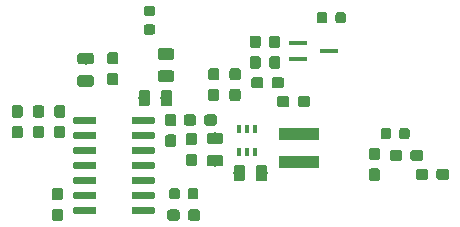
<source format=gbr>
G04 #@! TF.GenerationSoftware,KiCad,Pcbnew,(5.1.2)-2*
G04 #@! TF.CreationDate,2020-05-20T23:18:15+10:00*
G04 #@! TF.ProjectId,Heterodyne,48657465-726f-4647-996e-652e6b696361,rev?*
G04 #@! TF.SameCoordinates,Original*
G04 #@! TF.FileFunction,Paste,Bot*
G04 #@! TF.FilePolarity,Positive*
%FSLAX46Y46*%
G04 Gerber Fmt 4.6, Leading zero omitted, Abs format (unit mm)*
G04 Created by KiCad (PCBNEW (5.1.2)-2) date 2020-05-20 23:18:15*
%MOMM*%
%LPD*%
G04 APERTURE LIST*
%ADD10C,0.100000*%
%ADD11C,0.875000*%
%ADD12C,0.975000*%
%ADD13C,0.950000*%
%ADD14R,3.400000X0.980000*%
%ADD15R,0.400000X0.650000*%
%ADD16C,0.600000*%
%ADD17R,1.500000X0.450000*%
G04 APERTURE END LIST*
D10*
G36*
X130552691Y-49626053D02*
G01*
X130573926Y-49629203D01*
X130594750Y-49634419D01*
X130614962Y-49641651D01*
X130634368Y-49650830D01*
X130652781Y-49661866D01*
X130670024Y-49674654D01*
X130685930Y-49689070D01*
X130700346Y-49704976D01*
X130713134Y-49722219D01*
X130724170Y-49740632D01*
X130733349Y-49760038D01*
X130740581Y-49780250D01*
X130745797Y-49801074D01*
X130748947Y-49822309D01*
X130750000Y-49843750D01*
X130750000Y-50356250D01*
X130748947Y-50377691D01*
X130745797Y-50398926D01*
X130740581Y-50419750D01*
X130733349Y-50439962D01*
X130724170Y-50459368D01*
X130713134Y-50477781D01*
X130700346Y-50495024D01*
X130685930Y-50510930D01*
X130670024Y-50525346D01*
X130652781Y-50538134D01*
X130634368Y-50549170D01*
X130614962Y-50558349D01*
X130594750Y-50565581D01*
X130573926Y-50570797D01*
X130552691Y-50573947D01*
X130531250Y-50575000D01*
X130093750Y-50575000D01*
X130072309Y-50573947D01*
X130051074Y-50570797D01*
X130030250Y-50565581D01*
X130010038Y-50558349D01*
X129990632Y-50549170D01*
X129972219Y-50538134D01*
X129954976Y-50525346D01*
X129939070Y-50510930D01*
X129924654Y-50495024D01*
X129911866Y-50477781D01*
X129900830Y-50459368D01*
X129891651Y-50439962D01*
X129884419Y-50419750D01*
X129879203Y-50398926D01*
X129876053Y-50377691D01*
X129875000Y-50356250D01*
X129875000Y-49843750D01*
X129876053Y-49822309D01*
X129879203Y-49801074D01*
X129884419Y-49780250D01*
X129891651Y-49760038D01*
X129900830Y-49740632D01*
X129911866Y-49722219D01*
X129924654Y-49704976D01*
X129939070Y-49689070D01*
X129954976Y-49674654D01*
X129972219Y-49661866D01*
X129990632Y-49650830D01*
X130010038Y-49641651D01*
X130030250Y-49634419D01*
X130051074Y-49629203D01*
X130072309Y-49626053D01*
X130093750Y-49625000D01*
X130531250Y-49625000D01*
X130552691Y-49626053D01*
X130552691Y-49626053D01*
G37*
D11*
X130312500Y-50100000D03*
D10*
G36*
X132127691Y-49626053D02*
G01*
X132148926Y-49629203D01*
X132169750Y-49634419D01*
X132189962Y-49641651D01*
X132209368Y-49650830D01*
X132227781Y-49661866D01*
X132245024Y-49674654D01*
X132260930Y-49689070D01*
X132275346Y-49704976D01*
X132288134Y-49722219D01*
X132299170Y-49740632D01*
X132308349Y-49760038D01*
X132315581Y-49780250D01*
X132320797Y-49801074D01*
X132323947Y-49822309D01*
X132325000Y-49843750D01*
X132325000Y-50356250D01*
X132323947Y-50377691D01*
X132320797Y-50398926D01*
X132315581Y-50419750D01*
X132308349Y-50439962D01*
X132299170Y-50459368D01*
X132288134Y-50477781D01*
X132275346Y-50495024D01*
X132260930Y-50510930D01*
X132245024Y-50525346D01*
X132227781Y-50538134D01*
X132209368Y-50549170D01*
X132189962Y-50558349D01*
X132169750Y-50565581D01*
X132148926Y-50570797D01*
X132127691Y-50573947D01*
X132106250Y-50575000D01*
X131668750Y-50575000D01*
X131647309Y-50573947D01*
X131626074Y-50570797D01*
X131605250Y-50565581D01*
X131585038Y-50558349D01*
X131565632Y-50549170D01*
X131547219Y-50538134D01*
X131529976Y-50525346D01*
X131514070Y-50510930D01*
X131499654Y-50495024D01*
X131486866Y-50477781D01*
X131475830Y-50459368D01*
X131466651Y-50439962D01*
X131459419Y-50419750D01*
X131454203Y-50398926D01*
X131451053Y-50377691D01*
X131450000Y-50356250D01*
X131450000Y-49843750D01*
X131451053Y-49822309D01*
X131454203Y-49801074D01*
X131459419Y-49780250D01*
X131466651Y-49760038D01*
X131475830Y-49740632D01*
X131486866Y-49722219D01*
X131499654Y-49704976D01*
X131514070Y-49689070D01*
X131529976Y-49674654D01*
X131547219Y-49661866D01*
X131565632Y-49650830D01*
X131585038Y-49641651D01*
X131605250Y-49634419D01*
X131626074Y-49629203D01*
X131647309Y-49626053D01*
X131668750Y-49625000D01*
X132106250Y-49625000D01*
X132127691Y-49626053D01*
X132127691Y-49626053D01*
G37*
D11*
X131887500Y-50100000D03*
D10*
G36*
X119627691Y-64526053D02*
G01*
X119648926Y-64529203D01*
X119669750Y-64534419D01*
X119689962Y-64541651D01*
X119709368Y-64550830D01*
X119727781Y-64561866D01*
X119745024Y-64574654D01*
X119760930Y-64589070D01*
X119775346Y-64604976D01*
X119788134Y-64622219D01*
X119799170Y-64640632D01*
X119808349Y-64660038D01*
X119815581Y-64680250D01*
X119820797Y-64701074D01*
X119823947Y-64722309D01*
X119825000Y-64743750D01*
X119825000Y-65256250D01*
X119823947Y-65277691D01*
X119820797Y-65298926D01*
X119815581Y-65319750D01*
X119808349Y-65339962D01*
X119799170Y-65359368D01*
X119788134Y-65377781D01*
X119775346Y-65395024D01*
X119760930Y-65410930D01*
X119745024Y-65425346D01*
X119727781Y-65438134D01*
X119709368Y-65449170D01*
X119689962Y-65458349D01*
X119669750Y-65465581D01*
X119648926Y-65470797D01*
X119627691Y-65473947D01*
X119606250Y-65475000D01*
X119168750Y-65475000D01*
X119147309Y-65473947D01*
X119126074Y-65470797D01*
X119105250Y-65465581D01*
X119085038Y-65458349D01*
X119065632Y-65449170D01*
X119047219Y-65438134D01*
X119029976Y-65425346D01*
X119014070Y-65410930D01*
X118999654Y-65395024D01*
X118986866Y-65377781D01*
X118975830Y-65359368D01*
X118966651Y-65339962D01*
X118959419Y-65319750D01*
X118954203Y-65298926D01*
X118951053Y-65277691D01*
X118950000Y-65256250D01*
X118950000Y-64743750D01*
X118951053Y-64722309D01*
X118954203Y-64701074D01*
X118959419Y-64680250D01*
X118966651Y-64660038D01*
X118975830Y-64640632D01*
X118986866Y-64622219D01*
X118999654Y-64604976D01*
X119014070Y-64589070D01*
X119029976Y-64574654D01*
X119047219Y-64561866D01*
X119065632Y-64550830D01*
X119085038Y-64541651D01*
X119105250Y-64534419D01*
X119126074Y-64529203D01*
X119147309Y-64526053D01*
X119168750Y-64525000D01*
X119606250Y-64525000D01*
X119627691Y-64526053D01*
X119627691Y-64526053D01*
G37*
D11*
X119387500Y-65000000D03*
D10*
G36*
X118052691Y-64526053D02*
G01*
X118073926Y-64529203D01*
X118094750Y-64534419D01*
X118114962Y-64541651D01*
X118134368Y-64550830D01*
X118152781Y-64561866D01*
X118170024Y-64574654D01*
X118185930Y-64589070D01*
X118200346Y-64604976D01*
X118213134Y-64622219D01*
X118224170Y-64640632D01*
X118233349Y-64660038D01*
X118240581Y-64680250D01*
X118245797Y-64701074D01*
X118248947Y-64722309D01*
X118250000Y-64743750D01*
X118250000Y-65256250D01*
X118248947Y-65277691D01*
X118245797Y-65298926D01*
X118240581Y-65319750D01*
X118233349Y-65339962D01*
X118224170Y-65359368D01*
X118213134Y-65377781D01*
X118200346Y-65395024D01*
X118185930Y-65410930D01*
X118170024Y-65425346D01*
X118152781Y-65438134D01*
X118134368Y-65449170D01*
X118114962Y-65458349D01*
X118094750Y-65465581D01*
X118073926Y-65470797D01*
X118052691Y-65473947D01*
X118031250Y-65475000D01*
X117593750Y-65475000D01*
X117572309Y-65473947D01*
X117551074Y-65470797D01*
X117530250Y-65465581D01*
X117510038Y-65458349D01*
X117490632Y-65449170D01*
X117472219Y-65438134D01*
X117454976Y-65425346D01*
X117439070Y-65410930D01*
X117424654Y-65395024D01*
X117411866Y-65377781D01*
X117400830Y-65359368D01*
X117391651Y-65339962D01*
X117384419Y-65319750D01*
X117379203Y-65298926D01*
X117376053Y-65277691D01*
X117375000Y-65256250D01*
X117375000Y-64743750D01*
X117376053Y-64722309D01*
X117379203Y-64701074D01*
X117384419Y-64680250D01*
X117391651Y-64660038D01*
X117400830Y-64640632D01*
X117411866Y-64622219D01*
X117424654Y-64604976D01*
X117439070Y-64589070D01*
X117454976Y-64574654D01*
X117472219Y-64561866D01*
X117490632Y-64550830D01*
X117510038Y-64541651D01*
X117530250Y-64534419D01*
X117551074Y-64529203D01*
X117572309Y-64526053D01*
X117593750Y-64525000D01*
X118031250Y-64525000D01*
X118052691Y-64526053D01*
X118052691Y-64526053D01*
G37*
D11*
X117812500Y-65000000D03*
D10*
G36*
X115977691Y-50651053D02*
G01*
X115998926Y-50654203D01*
X116019750Y-50659419D01*
X116039962Y-50666651D01*
X116059368Y-50675830D01*
X116077781Y-50686866D01*
X116095024Y-50699654D01*
X116110930Y-50714070D01*
X116125346Y-50729976D01*
X116138134Y-50747219D01*
X116149170Y-50765632D01*
X116158349Y-50785038D01*
X116165581Y-50805250D01*
X116170797Y-50826074D01*
X116173947Y-50847309D01*
X116175000Y-50868750D01*
X116175000Y-51306250D01*
X116173947Y-51327691D01*
X116170797Y-51348926D01*
X116165581Y-51369750D01*
X116158349Y-51389962D01*
X116149170Y-51409368D01*
X116138134Y-51427781D01*
X116125346Y-51445024D01*
X116110930Y-51460930D01*
X116095024Y-51475346D01*
X116077781Y-51488134D01*
X116059368Y-51499170D01*
X116039962Y-51508349D01*
X116019750Y-51515581D01*
X115998926Y-51520797D01*
X115977691Y-51523947D01*
X115956250Y-51525000D01*
X115443750Y-51525000D01*
X115422309Y-51523947D01*
X115401074Y-51520797D01*
X115380250Y-51515581D01*
X115360038Y-51508349D01*
X115340632Y-51499170D01*
X115322219Y-51488134D01*
X115304976Y-51475346D01*
X115289070Y-51460930D01*
X115274654Y-51445024D01*
X115261866Y-51427781D01*
X115250830Y-51409368D01*
X115241651Y-51389962D01*
X115234419Y-51369750D01*
X115229203Y-51348926D01*
X115226053Y-51327691D01*
X115225000Y-51306250D01*
X115225000Y-50868750D01*
X115226053Y-50847309D01*
X115229203Y-50826074D01*
X115234419Y-50805250D01*
X115241651Y-50785038D01*
X115250830Y-50765632D01*
X115261866Y-50747219D01*
X115274654Y-50729976D01*
X115289070Y-50714070D01*
X115304976Y-50699654D01*
X115322219Y-50686866D01*
X115340632Y-50675830D01*
X115360038Y-50666651D01*
X115380250Y-50659419D01*
X115401074Y-50654203D01*
X115422309Y-50651053D01*
X115443750Y-50650000D01*
X115956250Y-50650000D01*
X115977691Y-50651053D01*
X115977691Y-50651053D01*
G37*
D11*
X115700000Y-51087500D03*
D10*
G36*
X115977691Y-49076053D02*
G01*
X115998926Y-49079203D01*
X116019750Y-49084419D01*
X116039962Y-49091651D01*
X116059368Y-49100830D01*
X116077781Y-49111866D01*
X116095024Y-49124654D01*
X116110930Y-49139070D01*
X116125346Y-49154976D01*
X116138134Y-49172219D01*
X116149170Y-49190632D01*
X116158349Y-49210038D01*
X116165581Y-49230250D01*
X116170797Y-49251074D01*
X116173947Y-49272309D01*
X116175000Y-49293750D01*
X116175000Y-49731250D01*
X116173947Y-49752691D01*
X116170797Y-49773926D01*
X116165581Y-49794750D01*
X116158349Y-49814962D01*
X116149170Y-49834368D01*
X116138134Y-49852781D01*
X116125346Y-49870024D01*
X116110930Y-49885930D01*
X116095024Y-49900346D01*
X116077781Y-49913134D01*
X116059368Y-49924170D01*
X116039962Y-49933349D01*
X116019750Y-49940581D01*
X115998926Y-49945797D01*
X115977691Y-49948947D01*
X115956250Y-49950000D01*
X115443750Y-49950000D01*
X115422309Y-49948947D01*
X115401074Y-49945797D01*
X115380250Y-49940581D01*
X115360038Y-49933349D01*
X115340632Y-49924170D01*
X115322219Y-49913134D01*
X115304976Y-49900346D01*
X115289070Y-49885930D01*
X115274654Y-49870024D01*
X115261866Y-49852781D01*
X115250830Y-49834368D01*
X115241651Y-49814962D01*
X115234419Y-49794750D01*
X115229203Y-49773926D01*
X115226053Y-49752691D01*
X115225000Y-49731250D01*
X115225000Y-49293750D01*
X115226053Y-49272309D01*
X115229203Y-49251074D01*
X115234419Y-49230250D01*
X115241651Y-49210038D01*
X115250830Y-49190632D01*
X115261866Y-49172219D01*
X115274654Y-49154976D01*
X115289070Y-49139070D01*
X115304976Y-49124654D01*
X115322219Y-49111866D01*
X115340632Y-49100830D01*
X115360038Y-49091651D01*
X115380250Y-49084419D01*
X115401074Y-49079203D01*
X115422309Y-49076053D01*
X115443750Y-49075000D01*
X115956250Y-49075000D01*
X115977691Y-49076053D01*
X115977691Y-49076053D01*
G37*
D11*
X115700000Y-49512500D03*
D10*
G36*
X115530142Y-56201174D02*
G01*
X115553803Y-56204684D01*
X115577007Y-56210496D01*
X115599529Y-56218554D01*
X115621153Y-56228782D01*
X115641670Y-56241079D01*
X115660883Y-56255329D01*
X115678607Y-56271393D01*
X115694671Y-56289117D01*
X115708921Y-56308330D01*
X115721218Y-56328847D01*
X115731446Y-56350471D01*
X115739504Y-56372993D01*
X115745316Y-56396197D01*
X115748826Y-56419858D01*
X115750000Y-56443750D01*
X115750000Y-57356250D01*
X115748826Y-57380142D01*
X115745316Y-57403803D01*
X115739504Y-57427007D01*
X115731446Y-57449529D01*
X115721218Y-57471153D01*
X115708921Y-57491670D01*
X115694671Y-57510883D01*
X115678607Y-57528607D01*
X115660883Y-57544671D01*
X115641670Y-57558921D01*
X115621153Y-57571218D01*
X115599529Y-57581446D01*
X115577007Y-57589504D01*
X115553803Y-57595316D01*
X115530142Y-57598826D01*
X115506250Y-57600000D01*
X115018750Y-57600000D01*
X114994858Y-57598826D01*
X114971197Y-57595316D01*
X114947993Y-57589504D01*
X114925471Y-57581446D01*
X114903847Y-57571218D01*
X114883330Y-57558921D01*
X114864117Y-57544671D01*
X114846393Y-57528607D01*
X114830329Y-57510883D01*
X114816079Y-57491670D01*
X114803782Y-57471153D01*
X114793554Y-57449529D01*
X114785496Y-57427007D01*
X114779684Y-57403803D01*
X114776174Y-57380142D01*
X114775000Y-57356250D01*
X114775000Y-56443750D01*
X114776174Y-56419858D01*
X114779684Y-56396197D01*
X114785496Y-56372993D01*
X114793554Y-56350471D01*
X114803782Y-56328847D01*
X114816079Y-56308330D01*
X114830329Y-56289117D01*
X114846393Y-56271393D01*
X114864117Y-56255329D01*
X114883330Y-56241079D01*
X114903847Y-56228782D01*
X114925471Y-56218554D01*
X114947993Y-56210496D01*
X114971197Y-56204684D01*
X114994858Y-56201174D01*
X115018750Y-56200000D01*
X115506250Y-56200000D01*
X115530142Y-56201174D01*
X115530142Y-56201174D01*
G37*
D12*
X115262500Y-56900000D03*
D10*
G36*
X117405142Y-56201174D02*
G01*
X117428803Y-56204684D01*
X117452007Y-56210496D01*
X117474529Y-56218554D01*
X117496153Y-56228782D01*
X117516670Y-56241079D01*
X117535883Y-56255329D01*
X117553607Y-56271393D01*
X117569671Y-56289117D01*
X117583921Y-56308330D01*
X117596218Y-56328847D01*
X117606446Y-56350471D01*
X117614504Y-56372993D01*
X117620316Y-56396197D01*
X117623826Y-56419858D01*
X117625000Y-56443750D01*
X117625000Y-57356250D01*
X117623826Y-57380142D01*
X117620316Y-57403803D01*
X117614504Y-57427007D01*
X117606446Y-57449529D01*
X117596218Y-57471153D01*
X117583921Y-57491670D01*
X117569671Y-57510883D01*
X117553607Y-57528607D01*
X117535883Y-57544671D01*
X117516670Y-57558921D01*
X117496153Y-57571218D01*
X117474529Y-57581446D01*
X117452007Y-57589504D01*
X117428803Y-57595316D01*
X117405142Y-57598826D01*
X117381250Y-57600000D01*
X116893750Y-57600000D01*
X116869858Y-57598826D01*
X116846197Y-57595316D01*
X116822993Y-57589504D01*
X116800471Y-57581446D01*
X116778847Y-57571218D01*
X116758330Y-57558921D01*
X116739117Y-57544671D01*
X116721393Y-57528607D01*
X116705329Y-57510883D01*
X116691079Y-57491670D01*
X116678782Y-57471153D01*
X116668554Y-57449529D01*
X116660496Y-57427007D01*
X116654684Y-57403803D01*
X116651174Y-57380142D01*
X116650000Y-57356250D01*
X116650000Y-56443750D01*
X116651174Y-56419858D01*
X116654684Y-56396197D01*
X116660496Y-56372993D01*
X116668554Y-56350471D01*
X116678782Y-56328847D01*
X116691079Y-56308330D01*
X116705329Y-56289117D01*
X116721393Y-56271393D01*
X116739117Y-56255329D01*
X116758330Y-56241079D01*
X116778847Y-56228782D01*
X116800471Y-56218554D01*
X116822993Y-56210496D01*
X116846197Y-56204684D01*
X116869858Y-56201174D01*
X116893750Y-56200000D01*
X117381250Y-56200000D01*
X117405142Y-56201174D01*
X117405142Y-56201174D01*
G37*
D12*
X117137500Y-56900000D03*
D10*
G36*
X112860779Y-54751144D02*
G01*
X112883834Y-54754563D01*
X112906443Y-54760227D01*
X112928387Y-54768079D01*
X112949457Y-54778044D01*
X112969448Y-54790026D01*
X112988168Y-54803910D01*
X113005438Y-54819562D01*
X113021090Y-54836832D01*
X113034974Y-54855552D01*
X113046956Y-54875543D01*
X113056921Y-54896613D01*
X113064773Y-54918557D01*
X113070437Y-54941166D01*
X113073856Y-54964221D01*
X113075000Y-54987500D01*
X113075000Y-55562500D01*
X113073856Y-55585779D01*
X113070437Y-55608834D01*
X113064773Y-55631443D01*
X113056921Y-55653387D01*
X113046956Y-55674457D01*
X113034974Y-55694448D01*
X113021090Y-55713168D01*
X113005438Y-55730438D01*
X112988168Y-55746090D01*
X112969448Y-55759974D01*
X112949457Y-55771956D01*
X112928387Y-55781921D01*
X112906443Y-55789773D01*
X112883834Y-55795437D01*
X112860779Y-55798856D01*
X112837500Y-55800000D01*
X112362500Y-55800000D01*
X112339221Y-55798856D01*
X112316166Y-55795437D01*
X112293557Y-55789773D01*
X112271613Y-55781921D01*
X112250543Y-55771956D01*
X112230552Y-55759974D01*
X112211832Y-55746090D01*
X112194562Y-55730438D01*
X112178910Y-55713168D01*
X112165026Y-55694448D01*
X112153044Y-55674457D01*
X112143079Y-55653387D01*
X112135227Y-55631443D01*
X112129563Y-55608834D01*
X112126144Y-55585779D01*
X112125000Y-55562500D01*
X112125000Y-54987500D01*
X112126144Y-54964221D01*
X112129563Y-54941166D01*
X112135227Y-54918557D01*
X112143079Y-54896613D01*
X112153044Y-54875543D01*
X112165026Y-54855552D01*
X112178910Y-54836832D01*
X112194562Y-54819562D01*
X112211832Y-54803910D01*
X112230552Y-54790026D01*
X112250543Y-54778044D01*
X112271613Y-54768079D01*
X112293557Y-54760227D01*
X112316166Y-54754563D01*
X112339221Y-54751144D01*
X112362500Y-54750000D01*
X112837500Y-54750000D01*
X112860779Y-54751144D01*
X112860779Y-54751144D01*
G37*
D13*
X112600000Y-55275000D03*
D10*
G36*
X112860779Y-53001144D02*
G01*
X112883834Y-53004563D01*
X112906443Y-53010227D01*
X112928387Y-53018079D01*
X112949457Y-53028044D01*
X112969448Y-53040026D01*
X112988168Y-53053910D01*
X113005438Y-53069562D01*
X113021090Y-53086832D01*
X113034974Y-53105552D01*
X113046956Y-53125543D01*
X113056921Y-53146613D01*
X113064773Y-53168557D01*
X113070437Y-53191166D01*
X113073856Y-53214221D01*
X113075000Y-53237500D01*
X113075000Y-53812500D01*
X113073856Y-53835779D01*
X113070437Y-53858834D01*
X113064773Y-53881443D01*
X113056921Y-53903387D01*
X113046956Y-53924457D01*
X113034974Y-53944448D01*
X113021090Y-53963168D01*
X113005438Y-53980438D01*
X112988168Y-53996090D01*
X112969448Y-54009974D01*
X112949457Y-54021956D01*
X112928387Y-54031921D01*
X112906443Y-54039773D01*
X112883834Y-54045437D01*
X112860779Y-54048856D01*
X112837500Y-54050000D01*
X112362500Y-54050000D01*
X112339221Y-54048856D01*
X112316166Y-54045437D01*
X112293557Y-54039773D01*
X112271613Y-54031921D01*
X112250543Y-54021956D01*
X112230552Y-54009974D01*
X112211832Y-53996090D01*
X112194562Y-53980438D01*
X112178910Y-53963168D01*
X112165026Y-53944448D01*
X112153044Y-53924457D01*
X112143079Y-53903387D01*
X112135227Y-53881443D01*
X112129563Y-53858834D01*
X112126144Y-53835779D01*
X112125000Y-53812500D01*
X112125000Y-53237500D01*
X112126144Y-53214221D01*
X112129563Y-53191166D01*
X112135227Y-53168557D01*
X112143079Y-53146613D01*
X112153044Y-53125543D01*
X112165026Y-53105552D01*
X112178910Y-53086832D01*
X112194562Y-53069562D01*
X112211832Y-53053910D01*
X112230552Y-53040026D01*
X112250543Y-53028044D01*
X112271613Y-53018079D01*
X112293557Y-53010227D01*
X112316166Y-53004563D01*
X112339221Y-53001144D01*
X112362500Y-53000000D01*
X112837500Y-53000000D01*
X112860779Y-53001144D01*
X112860779Y-53001144D01*
G37*
D13*
X112600000Y-53525000D03*
D10*
G36*
X135010779Y-62851144D02*
G01*
X135033834Y-62854563D01*
X135056443Y-62860227D01*
X135078387Y-62868079D01*
X135099457Y-62878044D01*
X135119448Y-62890026D01*
X135138168Y-62903910D01*
X135155438Y-62919562D01*
X135171090Y-62936832D01*
X135184974Y-62955552D01*
X135196956Y-62975543D01*
X135206921Y-62996613D01*
X135214773Y-63018557D01*
X135220437Y-63041166D01*
X135223856Y-63064221D01*
X135225000Y-63087500D01*
X135225000Y-63662500D01*
X135223856Y-63685779D01*
X135220437Y-63708834D01*
X135214773Y-63731443D01*
X135206921Y-63753387D01*
X135196956Y-63774457D01*
X135184974Y-63794448D01*
X135171090Y-63813168D01*
X135155438Y-63830438D01*
X135138168Y-63846090D01*
X135119448Y-63859974D01*
X135099457Y-63871956D01*
X135078387Y-63881921D01*
X135056443Y-63889773D01*
X135033834Y-63895437D01*
X135010779Y-63898856D01*
X134987500Y-63900000D01*
X134512500Y-63900000D01*
X134489221Y-63898856D01*
X134466166Y-63895437D01*
X134443557Y-63889773D01*
X134421613Y-63881921D01*
X134400543Y-63871956D01*
X134380552Y-63859974D01*
X134361832Y-63846090D01*
X134344562Y-63830438D01*
X134328910Y-63813168D01*
X134315026Y-63794448D01*
X134303044Y-63774457D01*
X134293079Y-63753387D01*
X134285227Y-63731443D01*
X134279563Y-63708834D01*
X134276144Y-63685779D01*
X134275000Y-63662500D01*
X134275000Y-63087500D01*
X134276144Y-63064221D01*
X134279563Y-63041166D01*
X134285227Y-63018557D01*
X134293079Y-62996613D01*
X134303044Y-62975543D01*
X134315026Y-62955552D01*
X134328910Y-62936832D01*
X134344562Y-62919562D01*
X134361832Y-62903910D01*
X134380552Y-62890026D01*
X134400543Y-62878044D01*
X134421613Y-62868079D01*
X134443557Y-62860227D01*
X134466166Y-62854563D01*
X134489221Y-62851144D01*
X134512500Y-62850000D01*
X134987500Y-62850000D01*
X135010779Y-62851144D01*
X135010779Y-62851144D01*
G37*
D13*
X134750000Y-63375000D03*
D10*
G36*
X135010779Y-61101144D02*
G01*
X135033834Y-61104563D01*
X135056443Y-61110227D01*
X135078387Y-61118079D01*
X135099457Y-61128044D01*
X135119448Y-61140026D01*
X135138168Y-61153910D01*
X135155438Y-61169562D01*
X135171090Y-61186832D01*
X135184974Y-61205552D01*
X135196956Y-61225543D01*
X135206921Y-61246613D01*
X135214773Y-61268557D01*
X135220437Y-61291166D01*
X135223856Y-61314221D01*
X135225000Y-61337500D01*
X135225000Y-61912500D01*
X135223856Y-61935779D01*
X135220437Y-61958834D01*
X135214773Y-61981443D01*
X135206921Y-62003387D01*
X135196956Y-62024457D01*
X135184974Y-62044448D01*
X135171090Y-62063168D01*
X135155438Y-62080438D01*
X135138168Y-62096090D01*
X135119448Y-62109974D01*
X135099457Y-62121956D01*
X135078387Y-62131921D01*
X135056443Y-62139773D01*
X135033834Y-62145437D01*
X135010779Y-62148856D01*
X134987500Y-62150000D01*
X134512500Y-62150000D01*
X134489221Y-62148856D01*
X134466166Y-62145437D01*
X134443557Y-62139773D01*
X134421613Y-62131921D01*
X134400543Y-62121956D01*
X134380552Y-62109974D01*
X134361832Y-62096090D01*
X134344562Y-62080438D01*
X134328910Y-62063168D01*
X134315026Y-62044448D01*
X134303044Y-62024457D01*
X134293079Y-62003387D01*
X134285227Y-61981443D01*
X134279563Y-61958834D01*
X134276144Y-61935779D01*
X134275000Y-61912500D01*
X134275000Y-61337500D01*
X134276144Y-61314221D01*
X134279563Y-61291166D01*
X134285227Y-61268557D01*
X134293079Y-61246613D01*
X134303044Y-61225543D01*
X134315026Y-61205552D01*
X134328910Y-61186832D01*
X134344562Y-61169562D01*
X134361832Y-61153910D01*
X134380552Y-61140026D01*
X134400543Y-61128044D01*
X134421613Y-61118079D01*
X134443557Y-61110227D01*
X134466166Y-61104563D01*
X134489221Y-61101144D01*
X134512500Y-61100000D01*
X134987500Y-61100000D01*
X135010779Y-61101144D01*
X135010779Y-61101144D01*
G37*
D13*
X134750000Y-61625000D03*
D14*
X128400000Y-59915000D03*
X128400000Y-62285000D03*
D15*
X124600000Y-59550000D03*
X123300000Y-59550000D03*
X123950000Y-61450000D03*
X123950000Y-59550000D03*
X123300000Y-61450000D03*
X124600000Y-61450000D03*
D10*
G36*
X111064703Y-58490722D02*
G01*
X111079264Y-58492882D01*
X111093543Y-58496459D01*
X111107403Y-58501418D01*
X111120710Y-58507712D01*
X111133336Y-58515280D01*
X111145159Y-58524048D01*
X111156066Y-58533934D01*
X111165952Y-58544841D01*
X111174720Y-58556664D01*
X111182288Y-58569290D01*
X111188582Y-58582597D01*
X111193541Y-58596457D01*
X111197118Y-58610736D01*
X111199278Y-58625297D01*
X111200000Y-58640000D01*
X111200000Y-58940000D01*
X111199278Y-58954703D01*
X111197118Y-58969264D01*
X111193541Y-58983543D01*
X111188582Y-58997403D01*
X111182288Y-59010710D01*
X111174720Y-59023336D01*
X111165952Y-59035159D01*
X111156066Y-59046066D01*
X111145159Y-59055952D01*
X111133336Y-59064720D01*
X111120710Y-59072288D01*
X111107403Y-59078582D01*
X111093543Y-59083541D01*
X111079264Y-59087118D01*
X111064703Y-59089278D01*
X111050000Y-59090000D01*
X109400000Y-59090000D01*
X109385297Y-59089278D01*
X109370736Y-59087118D01*
X109356457Y-59083541D01*
X109342597Y-59078582D01*
X109329290Y-59072288D01*
X109316664Y-59064720D01*
X109304841Y-59055952D01*
X109293934Y-59046066D01*
X109284048Y-59035159D01*
X109275280Y-59023336D01*
X109267712Y-59010710D01*
X109261418Y-58997403D01*
X109256459Y-58983543D01*
X109252882Y-58969264D01*
X109250722Y-58954703D01*
X109250000Y-58940000D01*
X109250000Y-58640000D01*
X109250722Y-58625297D01*
X109252882Y-58610736D01*
X109256459Y-58596457D01*
X109261418Y-58582597D01*
X109267712Y-58569290D01*
X109275280Y-58556664D01*
X109284048Y-58544841D01*
X109293934Y-58533934D01*
X109304841Y-58524048D01*
X109316664Y-58515280D01*
X109329290Y-58507712D01*
X109342597Y-58501418D01*
X109356457Y-58496459D01*
X109370736Y-58492882D01*
X109385297Y-58490722D01*
X109400000Y-58490000D01*
X111050000Y-58490000D01*
X111064703Y-58490722D01*
X111064703Y-58490722D01*
G37*
D16*
X110225000Y-58790000D03*
D10*
G36*
X111064703Y-59760722D02*
G01*
X111079264Y-59762882D01*
X111093543Y-59766459D01*
X111107403Y-59771418D01*
X111120710Y-59777712D01*
X111133336Y-59785280D01*
X111145159Y-59794048D01*
X111156066Y-59803934D01*
X111165952Y-59814841D01*
X111174720Y-59826664D01*
X111182288Y-59839290D01*
X111188582Y-59852597D01*
X111193541Y-59866457D01*
X111197118Y-59880736D01*
X111199278Y-59895297D01*
X111200000Y-59910000D01*
X111200000Y-60210000D01*
X111199278Y-60224703D01*
X111197118Y-60239264D01*
X111193541Y-60253543D01*
X111188582Y-60267403D01*
X111182288Y-60280710D01*
X111174720Y-60293336D01*
X111165952Y-60305159D01*
X111156066Y-60316066D01*
X111145159Y-60325952D01*
X111133336Y-60334720D01*
X111120710Y-60342288D01*
X111107403Y-60348582D01*
X111093543Y-60353541D01*
X111079264Y-60357118D01*
X111064703Y-60359278D01*
X111050000Y-60360000D01*
X109400000Y-60360000D01*
X109385297Y-60359278D01*
X109370736Y-60357118D01*
X109356457Y-60353541D01*
X109342597Y-60348582D01*
X109329290Y-60342288D01*
X109316664Y-60334720D01*
X109304841Y-60325952D01*
X109293934Y-60316066D01*
X109284048Y-60305159D01*
X109275280Y-60293336D01*
X109267712Y-60280710D01*
X109261418Y-60267403D01*
X109256459Y-60253543D01*
X109252882Y-60239264D01*
X109250722Y-60224703D01*
X109250000Y-60210000D01*
X109250000Y-59910000D01*
X109250722Y-59895297D01*
X109252882Y-59880736D01*
X109256459Y-59866457D01*
X109261418Y-59852597D01*
X109267712Y-59839290D01*
X109275280Y-59826664D01*
X109284048Y-59814841D01*
X109293934Y-59803934D01*
X109304841Y-59794048D01*
X109316664Y-59785280D01*
X109329290Y-59777712D01*
X109342597Y-59771418D01*
X109356457Y-59766459D01*
X109370736Y-59762882D01*
X109385297Y-59760722D01*
X109400000Y-59760000D01*
X111050000Y-59760000D01*
X111064703Y-59760722D01*
X111064703Y-59760722D01*
G37*
D16*
X110225000Y-60060000D03*
D10*
G36*
X111064703Y-61030722D02*
G01*
X111079264Y-61032882D01*
X111093543Y-61036459D01*
X111107403Y-61041418D01*
X111120710Y-61047712D01*
X111133336Y-61055280D01*
X111145159Y-61064048D01*
X111156066Y-61073934D01*
X111165952Y-61084841D01*
X111174720Y-61096664D01*
X111182288Y-61109290D01*
X111188582Y-61122597D01*
X111193541Y-61136457D01*
X111197118Y-61150736D01*
X111199278Y-61165297D01*
X111200000Y-61180000D01*
X111200000Y-61480000D01*
X111199278Y-61494703D01*
X111197118Y-61509264D01*
X111193541Y-61523543D01*
X111188582Y-61537403D01*
X111182288Y-61550710D01*
X111174720Y-61563336D01*
X111165952Y-61575159D01*
X111156066Y-61586066D01*
X111145159Y-61595952D01*
X111133336Y-61604720D01*
X111120710Y-61612288D01*
X111107403Y-61618582D01*
X111093543Y-61623541D01*
X111079264Y-61627118D01*
X111064703Y-61629278D01*
X111050000Y-61630000D01*
X109400000Y-61630000D01*
X109385297Y-61629278D01*
X109370736Y-61627118D01*
X109356457Y-61623541D01*
X109342597Y-61618582D01*
X109329290Y-61612288D01*
X109316664Y-61604720D01*
X109304841Y-61595952D01*
X109293934Y-61586066D01*
X109284048Y-61575159D01*
X109275280Y-61563336D01*
X109267712Y-61550710D01*
X109261418Y-61537403D01*
X109256459Y-61523543D01*
X109252882Y-61509264D01*
X109250722Y-61494703D01*
X109250000Y-61480000D01*
X109250000Y-61180000D01*
X109250722Y-61165297D01*
X109252882Y-61150736D01*
X109256459Y-61136457D01*
X109261418Y-61122597D01*
X109267712Y-61109290D01*
X109275280Y-61096664D01*
X109284048Y-61084841D01*
X109293934Y-61073934D01*
X109304841Y-61064048D01*
X109316664Y-61055280D01*
X109329290Y-61047712D01*
X109342597Y-61041418D01*
X109356457Y-61036459D01*
X109370736Y-61032882D01*
X109385297Y-61030722D01*
X109400000Y-61030000D01*
X111050000Y-61030000D01*
X111064703Y-61030722D01*
X111064703Y-61030722D01*
G37*
D16*
X110225000Y-61330000D03*
D10*
G36*
X111064703Y-62300722D02*
G01*
X111079264Y-62302882D01*
X111093543Y-62306459D01*
X111107403Y-62311418D01*
X111120710Y-62317712D01*
X111133336Y-62325280D01*
X111145159Y-62334048D01*
X111156066Y-62343934D01*
X111165952Y-62354841D01*
X111174720Y-62366664D01*
X111182288Y-62379290D01*
X111188582Y-62392597D01*
X111193541Y-62406457D01*
X111197118Y-62420736D01*
X111199278Y-62435297D01*
X111200000Y-62450000D01*
X111200000Y-62750000D01*
X111199278Y-62764703D01*
X111197118Y-62779264D01*
X111193541Y-62793543D01*
X111188582Y-62807403D01*
X111182288Y-62820710D01*
X111174720Y-62833336D01*
X111165952Y-62845159D01*
X111156066Y-62856066D01*
X111145159Y-62865952D01*
X111133336Y-62874720D01*
X111120710Y-62882288D01*
X111107403Y-62888582D01*
X111093543Y-62893541D01*
X111079264Y-62897118D01*
X111064703Y-62899278D01*
X111050000Y-62900000D01*
X109400000Y-62900000D01*
X109385297Y-62899278D01*
X109370736Y-62897118D01*
X109356457Y-62893541D01*
X109342597Y-62888582D01*
X109329290Y-62882288D01*
X109316664Y-62874720D01*
X109304841Y-62865952D01*
X109293934Y-62856066D01*
X109284048Y-62845159D01*
X109275280Y-62833336D01*
X109267712Y-62820710D01*
X109261418Y-62807403D01*
X109256459Y-62793543D01*
X109252882Y-62779264D01*
X109250722Y-62764703D01*
X109250000Y-62750000D01*
X109250000Y-62450000D01*
X109250722Y-62435297D01*
X109252882Y-62420736D01*
X109256459Y-62406457D01*
X109261418Y-62392597D01*
X109267712Y-62379290D01*
X109275280Y-62366664D01*
X109284048Y-62354841D01*
X109293934Y-62343934D01*
X109304841Y-62334048D01*
X109316664Y-62325280D01*
X109329290Y-62317712D01*
X109342597Y-62311418D01*
X109356457Y-62306459D01*
X109370736Y-62302882D01*
X109385297Y-62300722D01*
X109400000Y-62300000D01*
X111050000Y-62300000D01*
X111064703Y-62300722D01*
X111064703Y-62300722D01*
G37*
D16*
X110225000Y-62600000D03*
D10*
G36*
X111064703Y-63570722D02*
G01*
X111079264Y-63572882D01*
X111093543Y-63576459D01*
X111107403Y-63581418D01*
X111120710Y-63587712D01*
X111133336Y-63595280D01*
X111145159Y-63604048D01*
X111156066Y-63613934D01*
X111165952Y-63624841D01*
X111174720Y-63636664D01*
X111182288Y-63649290D01*
X111188582Y-63662597D01*
X111193541Y-63676457D01*
X111197118Y-63690736D01*
X111199278Y-63705297D01*
X111200000Y-63720000D01*
X111200000Y-64020000D01*
X111199278Y-64034703D01*
X111197118Y-64049264D01*
X111193541Y-64063543D01*
X111188582Y-64077403D01*
X111182288Y-64090710D01*
X111174720Y-64103336D01*
X111165952Y-64115159D01*
X111156066Y-64126066D01*
X111145159Y-64135952D01*
X111133336Y-64144720D01*
X111120710Y-64152288D01*
X111107403Y-64158582D01*
X111093543Y-64163541D01*
X111079264Y-64167118D01*
X111064703Y-64169278D01*
X111050000Y-64170000D01*
X109400000Y-64170000D01*
X109385297Y-64169278D01*
X109370736Y-64167118D01*
X109356457Y-64163541D01*
X109342597Y-64158582D01*
X109329290Y-64152288D01*
X109316664Y-64144720D01*
X109304841Y-64135952D01*
X109293934Y-64126066D01*
X109284048Y-64115159D01*
X109275280Y-64103336D01*
X109267712Y-64090710D01*
X109261418Y-64077403D01*
X109256459Y-64063543D01*
X109252882Y-64049264D01*
X109250722Y-64034703D01*
X109250000Y-64020000D01*
X109250000Y-63720000D01*
X109250722Y-63705297D01*
X109252882Y-63690736D01*
X109256459Y-63676457D01*
X109261418Y-63662597D01*
X109267712Y-63649290D01*
X109275280Y-63636664D01*
X109284048Y-63624841D01*
X109293934Y-63613934D01*
X109304841Y-63604048D01*
X109316664Y-63595280D01*
X109329290Y-63587712D01*
X109342597Y-63581418D01*
X109356457Y-63576459D01*
X109370736Y-63572882D01*
X109385297Y-63570722D01*
X109400000Y-63570000D01*
X111050000Y-63570000D01*
X111064703Y-63570722D01*
X111064703Y-63570722D01*
G37*
D16*
X110225000Y-63870000D03*
D10*
G36*
X111064703Y-64840722D02*
G01*
X111079264Y-64842882D01*
X111093543Y-64846459D01*
X111107403Y-64851418D01*
X111120710Y-64857712D01*
X111133336Y-64865280D01*
X111145159Y-64874048D01*
X111156066Y-64883934D01*
X111165952Y-64894841D01*
X111174720Y-64906664D01*
X111182288Y-64919290D01*
X111188582Y-64932597D01*
X111193541Y-64946457D01*
X111197118Y-64960736D01*
X111199278Y-64975297D01*
X111200000Y-64990000D01*
X111200000Y-65290000D01*
X111199278Y-65304703D01*
X111197118Y-65319264D01*
X111193541Y-65333543D01*
X111188582Y-65347403D01*
X111182288Y-65360710D01*
X111174720Y-65373336D01*
X111165952Y-65385159D01*
X111156066Y-65396066D01*
X111145159Y-65405952D01*
X111133336Y-65414720D01*
X111120710Y-65422288D01*
X111107403Y-65428582D01*
X111093543Y-65433541D01*
X111079264Y-65437118D01*
X111064703Y-65439278D01*
X111050000Y-65440000D01*
X109400000Y-65440000D01*
X109385297Y-65439278D01*
X109370736Y-65437118D01*
X109356457Y-65433541D01*
X109342597Y-65428582D01*
X109329290Y-65422288D01*
X109316664Y-65414720D01*
X109304841Y-65405952D01*
X109293934Y-65396066D01*
X109284048Y-65385159D01*
X109275280Y-65373336D01*
X109267712Y-65360710D01*
X109261418Y-65347403D01*
X109256459Y-65333543D01*
X109252882Y-65319264D01*
X109250722Y-65304703D01*
X109250000Y-65290000D01*
X109250000Y-64990000D01*
X109250722Y-64975297D01*
X109252882Y-64960736D01*
X109256459Y-64946457D01*
X109261418Y-64932597D01*
X109267712Y-64919290D01*
X109275280Y-64906664D01*
X109284048Y-64894841D01*
X109293934Y-64883934D01*
X109304841Y-64874048D01*
X109316664Y-64865280D01*
X109329290Y-64857712D01*
X109342597Y-64851418D01*
X109356457Y-64846459D01*
X109370736Y-64842882D01*
X109385297Y-64840722D01*
X109400000Y-64840000D01*
X111050000Y-64840000D01*
X111064703Y-64840722D01*
X111064703Y-64840722D01*
G37*
D16*
X110225000Y-65140000D03*
D10*
G36*
X111064703Y-66110722D02*
G01*
X111079264Y-66112882D01*
X111093543Y-66116459D01*
X111107403Y-66121418D01*
X111120710Y-66127712D01*
X111133336Y-66135280D01*
X111145159Y-66144048D01*
X111156066Y-66153934D01*
X111165952Y-66164841D01*
X111174720Y-66176664D01*
X111182288Y-66189290D01*
X111188582Y-66202597D01*
X111193541Y-66216457D01*
X111197118Y-66230736D01*
X111199278Y-66245297D01*
X111200000Y-66260000D01*
X111200000Y-66560000D01*
X111199278Y-66574703D01*
X111197118Y-66589264D01*
X111193541Y-66603543D01*
X111188582Y-66617403D01*
X111182288Y-66630710D01*
X111174720Y-66643336D01*
X111165952Y-66655159D01*
X111156066Y-66666066D01*
X111145159Y-66675952D01*
X111133336Y-66684720D01*
X111120710Y-66692288D01*
X111107403Y-66698582D01*
X111093543Y-66703541D01*
X111079264Y-66707118D01*
X111064703Y-66709278D01*
X111050000Y-66710000D01*
X109400000Y-66710000D01*
X109385297Y-66709278D01*
X109370736Y-66707118D01*
X109356457Y-66703541D01*
X109342597Y-66698582D01*
X109329290Y-66692288D01*
X109316664Y-66684720D01*
X109304841Y-66675952D01*
X109293934Y-66666066D01*
X109284048Y-66655159D01*
X109275280Y-66643336D01*
X109267712Y-66630710D01*
X109261418Y-66617403D01*
X109256459Y-66603543D01*
X109252882Y-66589264D01*
X109250722Y-66574703D01*
X109250000Y-66560000D01*
X109250000Y-66260000D01*
X109250722Y-66245297D01*
X109252882Y-66230736D01*
X109256459Y-66216457D01*
X109261418Y-66202597D01*
X109267712Y-66189290D01*
X109275280Y-66176664D01*
X109284048Y-66164841D01*
X109293934Y-66153934D01*
X109304841Y-66144048D01*
X109316664Y-66135280D01*
X109329290Y-66127712D01*
X109342597Y-66121418D01*
X109356457Y-66116459D01*
X109370736Y-66112882D01*
X109385297Y-66110722D01*
X109400000Y-66110000D01*
X111050000Y-66110000D01*
X111064703Y-66110722D01*
X111064703Y-66110722D01*
G37*
D16*
X110225000Y-66410000D03*
D10*
G36*
X116014703Y-66110722D02*
G01*
X116029264Y-66112882D01*
X116043543Y-66116459D01*
X116057403Y-66121418D01*
X116070710Y-66127712D01*
X116083336Y-66135280D01*
X116095159Y-66144048D01*
X116106066Y-66153934D01*
X116115952Y-66164841D01*
X116124720Y-66176664D01*
X116132288Y-66189290D01*
X116138582Y-66202597D01*
X116143541Y-66216457D01*
X116147118Y-66230736D01*
X116149278Y-66245297D01*
X116150000Y-66260000D01*
X116150000Y-66560000D01*
X116149278Y-66574703D01*
X116147118Y-66589264D01*
X116143541Y-66603543D01*
X116138582Y-66617403D01*
X116132288Y-66630710D01*
X116124720Y-66643336D01*
X116115952Y-66655159D01*
X116106066Y-66666066D01*
X116095159Y-66675952D01*
X116083336Y-66684720D01*
X116070710Y-66692288D01*
X116057403Y-66698582D01*
X116043543Y-66703541D01*
X116029264Y-66707118D01*
X116014703Y-66709278D01*
X116000000Y-66710000D01*
X114350000Y-66710000D01*
X114335297Y-66709278D01*
X114320736Y-66707118D01*
X114306457Y-66703541D01*
X114292597Y-66698582D01*
X114279290Y-66692288D01*
X114266664Y-66684720D01*
X114254841Y-66675952D01*
X114243934Y-66666066D01*
X114234048Y-66655159D01*
X114225280Y-66643336D01*
X114217712Y-66630710D01*
X114211418Y-66617403D01*
X114206459Y-66603543D01*
X114202882Y-66589264D01*
X114200722Y-66574703D01*
X114200000Y-66560000D01*
X114200000Y-66260000D01*
X114200722Y-66245297D01*
X114202882Y-66230736D01*
X114206459Y-66216457D01*
X114211418Y-66202597D01*
X114217712Y-66189290D01*
X114225280Y-66176664D01*
X114234048Y-66164841D01*
X114243934Y-66153934D01*
X114254841Y-66144048D01*
X114266664Y-66135280D01*
X114279290Y-66127712D01*
X114292597Y-66121418D01*
X114306457Y-66116459D01*
X114320736Y-66112882D01*
X114335297Y-66110722D01*
X114350000Y-66110000D01*
X116000000Y-66110000D01*
X116014703Y-66110722D01*
X116014703Y-66110722D01*
G37*
D16*
X115175000Y-66410000D03*
D10*
G36*
X116014703Y-64840722D02*
G01*
X116029264Y-64842882D01*
X116043543Y-64846459D01*
X116057403Y-64851418D01*
X116070710Y-64857712D01*
X116083336Y-64865280D01*
X116095159Y-64874048D01*
X116106066Y-64883934D01*
X116115952Y-64894841D01*
X116124720Y-64906664D01*
X116132288Y-64919290D01*
X116138582Y-64932597D01*
X116143541Y-64946457D01*
X116147118Y-64960736D01*
X116149278Y-64975297D01*
X116150000Y-64990000D01*
X116150000Y-65290000D01*
X116149278Y-65304703D01*
X116147118Y-65319264D01*
X116143541Y-65333543D01*
X116138582Y-65347403D01*
X116132288Y-65360710D01*
X116124720Y-65373336D01*
X116115952Y-65385159D01*
X116106066Y-65396066D01*
X116095159Y-65405952D01*
X116083336Y-65414720D01*
X116070710Y-65422288D01*
X116057403Y-65428582D01*
X116043543Y-65433541D01*
X116029264Y-65437118D01*
X116014703Y-65439278D01*
X116000000Y-65440000D01*
X114350000Y-65440000D01*
X114335297Y-65439278D01*
X114320736Y-65437118D01*
X114306457Y-65433541D01*
X114292597Y-65428582D01*
X114279290Y-65422288D01*
X114266664Y-65414720D01*
X114254841Y-65405952D01*
X114243934Y-65396066D01*
X114234048Y-65385159D01*
X114225280Y-65373336D01*
X114217712Y-65360710D01*
X114211418Y-65347403D01*
X114206459Y-65333543D01*
X114202882Y-65319264D01*
X114200722Y-65304703D01*
X114200000Y-65290000D01*
X114200000Y-64990000D01*
X114200722Y-64975297D01*
X114202882Y-64960736D01*
X114206459Y-64946457D01*
X114211418Y-64932597D01*
X114217712Y-64919290D01*
X114225280Y-64906664D01*
X114234048Y-64894841D01*
X114243934Y-64883934D01*
X114254841Y-64874048D01*
X114266664Y-64865280D01*
X114279290Y-64857712D01*
X114292597Y-64851418D01*
X114306457Y-64846459D01*
X114320736Y-64842882D01*
X114335297Y-64840722D01*
X114350000Y-64840000D01*
X116000000Y-64840000D01*
X116014703Y-64840722D01*
X116014703Y-64840722D01*
G37*
D16*
X115175000Y-65140000D03*
D10*
G36*
X116014703Y-63570722D02*
G01*
X116029264Y-63572882D01*
X116043543Y-63576459D01*
X116057403Y-63581418D01*
X116070710Y-63587712D01*
X116083336Y-63595280D01*
X116095159Y-63604048D01*
X116106066Y-63613934D01*
X116115952Y-63624841D01*
X116124720Y-63636664D01*
X116132288Y-63649290D01*
X116138582Y-63662597D01*
X116143541Y-63676457D01*
X116147118Y-63690736D01*
X116149278Y-63705297D01*
X116150000Y-63720000D01*
X116150000Y-64020000D01*
X116149278Y-64034703D01*
X116147118Y-64049264D01*
X116143541Y-64063543D01*
X116138582Y-64077403D01*
X116132288Y-64090710D01*
X116124720Y-64103336D01*
X116115952Y-64115159D01*
X116106066Y-64126066D01*
X116095159Y-64135952D01*
X116083336Y-64144720D01*
X116070710Y-64152288D01*
X116057403Y-64158582D01*
X116043543Y-64163541D01*
X116029264Y-64167118D01*
X116014703Y-64169278D01*
X116000000Y-64170000D01*
X114350000Y-64170000D01*
X114335297Y-64169278D01*
X114320736Y-64167118D01*
X114306457Y-64163541D01*
X114292597Y-64158582D01*
X114279290Y-64152288D01*
X114266664Y-64144720D01*
X114254841Y-64135952D01*
X114243934Y-64126066D01*
X114234048Y-64115159D01*
X114225280Y-64103336D01*
X114217712Y-64090710D01*
X114211418Y-64077403D01*
X114206459Y-64063543D01*
X114202882Y-64049264D01*
X114200722Y-64034703D01*
X114200000Y-64020000D01*
X114200000Y-63720000D01*
X114200722Y-63705297D01*
X114202882Y-63690736D01*
X114206459Y-63676457D01*
X114211418Y-63662597D01*
X114217712Y-63649290D01*
X114225280Y-63636664D01*
X114234048Y-63624841D01*
X114243934Y-63613934D01*
X114254841Y-63604048D01*
X114266664Y-63595280D01*
X114279290Y-63587712D01*
X114292597Y-63581418D01*
X114306457Y-63576459D01*
X114320736Y-63572882D01*
X114335297Y-63570722D01*
X114350000Y-63570000D01*
X116000000Y-63570000D01*
X116014703Y-63570722D01*
X116014703Y-63570722D01*
G37*
D16*
X115175000Y-63870000D03*
D10*
G36*
X116014703Y-62300722D02*
G01*
X116029264Y-62302882D01*
X116043543Y-62306459D01*
X116057403Y-62311418D01*
X116070710Y-62317712D01*
X116083336Y-62325280D01*
X116095159Y-62334048D01*
X116106066Y-62343934D01*
X116115952Y-62354841D01*
X116124720Y-62366664D01*
X116132288Y-62379290D01*
X116138582Y-62392597D01*
X116143541Y-62406457D01*
X116147118Y-62420736D01*
X116149278Y-62435297D01*
X116150000Y-62450000D01*
X116150000Y-62750000D01*
X116149278Y-62764703D01*
X116147118Y-62779264D01*
X116143541Y-62793543D01*
X116138582Y-62807403D01*
X116132288Y-62820710D01*
X116124720Y-62833336D01*
X116115952Y-62845159D01*
X116106066Y-62856066D01*
X116095159Y-62865952D01*
X116083336Y-62874720D01*
X116070710Y-62882288D01*
X116057403Y-62888582D01*
X116043543Y-62893541D01*
X116029264Y-62897118D01*
X116014703Y-62899278D01*
X116000000Y-62900000D01*
X114350000Y-62900000D01*
X114335297Y-62899278D01*
X114320736Y-62897118D01*
X114306457Y-62893541D01*
X114292597Y-62888582D01*
X114279290Y-62882288D01*
X114266664Y-62874720D01*
X114254841Y-62865952D01*
X114243934Y-62856066D01*
X114234048Y-62845159D01*
X114225280Y-62833336D01*
X114217712Y-62820710D01*
X114211418Y-62807403D01*
X114206459Y-62793543D01*
X114202882Y-62779264D01*
X114200722Y-62764703D01*
X114200000Y-62750000D01*
X114200000Y-62450000D01*
X114200722Y-62435297D01*
X114202882Y-62420736D01*
X114206459Y-62406457D01*
X114211418Y-62392597D01*
X114217712Y-62379290D01*
X114225280Y-62366664D01*
X114234048Y-62354841D01*
X114243934Y-62343934D01*
X114254841Y-62334048D01*
X114266664Y-62325280D01*
X114279290Y-62317712D01*
X114292597Y-62311418D01*
X114306457Y-62306459D01*
X114320736Y-62302882D01*
X114335297Y-62300722D01*
X114350000Y-62300000D01*
X116000000Y-62300000D01*
X116014703Y-62300722D01*
X116014703Y-62300722D01*
G37*
D16*
X115175000Y-62600000D03*
D10*
G36*
X116014703Y-61030722D02*
G01*
X116029264Y-61032882D01*
X116043543Y-61036459D01*
X116057403Y-61041418D01*
X116070710Y-61047712D01*
X116083336Y-61055280D01*
X116095159Y-61064048D01*
X116106066Y-61073934D01*
X116115952Y-61084841D01*
X116124720Y-61096664D01*
X116132288Y-61109290D01*
X116138582Y-61122597D01*
X116143541Y-61136457D01*
X116147118Y-61150736D01*
X116149278Y-61165297D01*
X116150000Y-61180000D01*
X116150000Y-61480000D01*
X116149278Y-61494703D01*
X116147118Y-61509264D01*
X116143541Y-61523543D01*
X116138582Y-61537403D01*
X116132288Y-61550710D01*
X116124720Y-61563336D01*
X116115952Y-61575159D01*
X116106066Y-61586066D01*
X116095159Y-61595952D01*
X116083336Y-61604720D01*
X116070710Y-61612288D01*
X116057403Y-61618582D01*
X116043543Y-61623541D01*
X116029264Y-61627118D01*
X116014703Y-61629278D01*
X116000000Y-61630000D01*
X114350000Y-61630000D01*
X114335297Y-61629278D01*
X114320736Y-61627118D01*
X114306457Y-61623541D01*
X114292597Y-61618582D01*
X114279290Y-61612288D01*
X114266664Y-61604720D01*
X114254841Y-61595952D01*
X114243934Y-61586066D01*
X114234048Y-61575159D01*
X114225280Y-61563336D01*
X114217712Y-61550710D01*
X114211418Y-61537403D01*
X114206459Y-61523543D01*
X114202882Y-61509264D01*
X114200722Y-61494703D01*
X114200000Y-61480000D01*
X114200000Y-61180000D01*
X114200722Y-61165297D01*
X114202882Y-61150736D01*
X114206459Y-61136457D01*
X114211418Y-61122597D01*
X114217712Y-61109290D01*
X114225280Y-61096664D01*
X114234048Y-61084841D01*
X114243934Y-61073934D01*
X114254841Y-61064048D01*
X114266664Y-61055280D01*
X114279290Y-61047712D01*
X114292597Y-61041418D01*
X114306457Y-61036459D01*
X114320736Y-61032882D01*
X114335297Y-61030722D01*
X114350000Y-61030000D01*
X116000000Y-61030000D01*
X116014703Y-61030722D01*
X116014703Y-61030722D01*
G37*
D16*
X115175000Y-61330000D03*
D10*
G36*
X116014703Y-59760722D02*
G01*
X116029264Y-59762882D01*
X116043543Y-59766459D01*
X116057403Y-59771418D01*
X116070710Y-59777712D01*
X116083336Y-59785280D01*
X116095159Y-59794048D01*
X116106066Y-59803934D01*
X116115952Y-59814841D01*
X116124720Y-59826664D01*
X116132288Y-59839290D01*
X116138582Y-59852597D01*
X116143541Y-59866457D01*
X116147118Y-59880736D01*
X116149278Y-59895297D01*
X116150000Y-59910000D01*
X116150000Y-60210000D01*
X116149278Y-60224703D01*
X116147118Y-60239264D01*
X116143541Y-60253543D01*
X116138582Y-60267403D01*
X116132288Y-60280710D01*
X116124720Y-60293336D01*
X116115952Y-60305159D01*
X116106066Y-60316066D01*
X116095159Y-60325952D01*
X116083336Y-60334720D01*
X116070710Y-60342288D01*
X116057403Y-60348582D01*
X116043543Y-60353541D01*
X116029264Y-60357118D01*
X116014703Y-60359278D01*
X116000000Y-60360000D01*
X114350000Y-60360000D01*
X114335297Y-60359278D01*
X114320736Y-60357118D01*
X114306457Y-60353541D01*
X114292597Y-60348582D01*
X114279290Y-60342288D01*
X114266664Y-60334720D01*
X114254841Y-60325952D01*
X114243934Y-60316066D01*
X114234048Y-60305159D01*
X114225280Y-60293336D01*
X114217712Y-60280710D01*
X114211418Y-60267403D01*
X114206459Y-60253543D01*
X114202882Y-60239264D01*
X114200722Y-60224703D01*
X114200000Y-60210000D01*
X114200000Y-59910000D01*
X114200722Y-59895297D01*
X114202882Y-59880736D01*
X114206459Y-59866457D01*
X114211418Y-59852597D01*
X114217712Y-59839290D01*
X114225280Y-59826664D01*
X114234048Y-59814841D01*
X114243934Y-59803934D01*
X114254841Y-59794048D01*
X114266664Y-59785280D01*
X114279290Y-59777712D01*
X114292597Y-59771418D01*
X114306457Y-59766459D01*
X114320736Y-59762882D01*
X114335297Y-59760722D01*
X114350000Y-59760000D01*
X116000000Y-59760000D01*
X116014703Y-59760722D01*
X116014703Y-59760722D01*
G37*
D16*
X115175000Y-60060000D03*
D10*
G36*
X116014703Y-58490722D02*
G01*
X116029264Y-58492882D01*
X116043543Y-58496459D01*
X116057403Y-58501418D01*
X116070710Y-58507712D01*
X116083336Y-58515280D01*
X116095159Y-58524048D01*
X116106066Y-58533934D01*
X116115952Y-58544841D01*
X116124720Y-58556664D01*
X116132288Y-58569290D01*
X116138582Y-58582597D01*
X116143541Y-58596457D01*
X116147118Y-58610736D01*
X116149278Y-58625297D01*
X116150000Y-58640000D01*
X116150000Y-58940000D01*
X116149278Y-58954703D01*
X116147118Y-58969264D01*
X116143541Y-58983543D01*
X116138582Y-58997403D01*
X116132288Y-59010710D01*
X116124720Y-59023336D01*
X116115952Y-59035159D01*
X116106066Y-59046066D01*
X116095159Y-59055952D01*
X116083336Y-59064720D01*
X116070710Y-59072288D01*
X116057403Y-59078582D01*
X116043543Y-59083541D01*
X116029264Y-59087118D01*
X116014703Y-59089278D01*
X116000000Y-59090000D01*
X114350000Y-59090000D01*
X114335297Y-59089278D01*
X114320736Y-59087118D01*
X114306457Y-59083541D01*
X114292597Y-59078582D01*
X114279290Y-59072288D01*
X114266664Y-59064720D01*
X114254841Y-59055952D01*
X114243934Y-59046066D01*
X114234048Y-59035159D01*
X114225280Y-59023336D01*
X114217712Y-59010710D01*
X114211418Y-58997403D01*
X114206459Y-58983543D01*
X114202882Y-58969264D01*
X114200722Y-58954703D01*
X114200000Y-58940000D01*
X114200000Y-58640000D01*
X114200722Y-58625297D01*
X114202882Y-58610736D01*
X114206459Y-58596457D01*
X114211418Y-58582597D01*
X114217712Y-58569290D01*
X114225280Y-58556664D01*
X114234048Y-58544841D01*
X114243934Y-58533934D01*
X114254841Y-58524048D01*
X114266664Y-58515280D01*
X114279290Y-58507712D01*
X114292597Y-58501418D01*
X114306457Y-58496459D01*
X114320736Y-58492882D01*
X114335297Y-58490722D01*
X114350000Y-58490000D01*
X116000000Y-58490000D01*
X116014703Y-58490722D01*
X116014703Y-58490722D01*
G37*
D16*
X115175000Y-58790000D03*
D10*
G36*
X108160779Y-64501144D02*
G01*
X108183834Y-64504563D01*
X108206443Y-64510227D01*
X108228387Y-64518079D01*
X108249457Y-64528044D01*
X108269448Y-64540026D01*
X108288168Y-64553910D01*
X108305438Y-64569562D01*
X108321090Y-64586832D01*
X108334974Y-64605552D01*
X108346956Y-64625543D01*
X108356921Y-64646613D01*
X108364773Y-64668557D01*
X108370437Y-64691166D01*
X108373856Y-64714221D01*
X108375000Y-64737500D01*
X108375000Y-65312500D01*
X108373856Y-65335779D01*
X108370437Y-65358834D01*
X108364773Y-65381443D01*
X108356921Y-65403387D01*
X108346956Y-65424457D01*
X108334974Y-65444448D01*
X108321090Y-65463168D01*
X108305438Y-65480438D01*
X108288168Y-65496090D01*
X108269448Y-65509974D01*
X108249457Y-65521956D01*
X108228387Y-65531921D01*
X108206443Y-65539773D01*
X108183834Y-65545437D01*
X108160779Y-65548856D01*
X108137500Y-65550000D01*
X107662500Y-65550000D01*
X107639221Y-65548856D01*
X107616166Y-65545437D01*
X107593557Y-65539773D01*
X107571613Y-65531921D01*
X107550543Y-65521956D01*
X107530552Y-65509974D01*
X107511832Y-65496090D01*
X107494562Y-65480438D01*
X107478910Y-65463168D01*
X107465026Y-65444448D01*
X107453044Y-65424457D01*
X107443079Y-65403387D01*
X107435227Y-65381443D01*
X107429563Y-65358834D01*
X107426144Y-65335779D01*
X107425000Y-65312500D01*
X107425000Y-64737500D01*
X107426144Y-64714221D01*
X107429563Y-64691166D01*
X107435227Y-64668557D01*
X107443079Y-64646613D01*
X107453044Y-64625543D01*
X107465026Y-64605552D01*
X107478910Y-64586832D01*
X107494562Y-64569562D01*
X107511832Y-64553910D01*
X107530552Y-64540026D01*
X107550543Y-64528044D01*
X107571613Y-64518079D01*
X107593557Y-64510227D01*
X107616166Y-64504563D01*
X107639221Y-64501144D01*
X107662500Y-64500000D01*
X108137500Y-64500000D01*
X108160779Y-64501144D01*
X108160779Y-64501144D01*
G37*
D13*
X107900000Y-65025000D03*
D10*
G36*
X108160779Y-66251144D02*
G01*
X108183834Y-66254563D01*
X108206443Y-66260227D01*
X108228387Y-66268079D01*
X108249457Y-66278044D01*
X108269448Y-66290026D01*
X108288168Y-66303910D01*
X108305438Y-66319562D01*
X108321090Y-66336832D01*
X108334974Y-66355552D01*
X108346956Y-66375543D01*
X108356921Y-66396613D01*
X108364773Y-66418557D01*
X108370437Y-66441166D01*
X108373856Y-66464221D01*
X108375000Y-66487500D01*
X108375000Y-67062500D01*
X108373856Y-67085779D01*
X108370437Y-67108834D01*
X108364773Y-67131443D01*
X108356921Y-67153387D01*
X108346956Y-67174457D01*
X108334974Y-67194448D01*
X108321090Y-67213168D01*
X108305438Y-67230438D01*
X108288168Y-67246090D01*
X108269448Y-67259974D01*
X108249457Y-67271956D01*
X108228387Y-67281921D01*
X108206443Y-67289773D01*
X108183834Y-67295437D01*
X108160779Y-67298856D01*
X108137500Y-67300000D01*
X107662500Y-67300000D01*
X107639221Y-67298856D01*
X107616166Y-67295437D01*
X107593557Y-67289773D01*
X107571613Y-67281921D01*
X107550543Y-67271956D01*
X107530552Y-67259974D01*
X107511832Y-67246090D01*
X107494562Y-67230438D01*
X107478910Y-67213168D01*
X107465026Y-67194448D01*
X107453044Y-67174457D01*
X107443079Y-67153387D01*
X107435227Y-67131443D01*
X107429563Y-67108834D01*
X107426144Y-67085779D01*
X107425000Y-67062500D01*
X107425000Y-66487500D01*
X107426144Y-66464221D01*
X107429563Y-66441166D01*
X107435227Y-66418557D01*
X107443079Y-66396613D01*
X107453044Y-66375543D01*
X107465026Y-66355552D01*
X107478910Y-66336832D01*
X107494562Y-66319562D01*
X107511832Y-66303910D01*
X107530552Y-66290026D01*
X107550543Y-66278044D01*
X107571613Y-66268079D01*
X107593557Y-66260227D01*
X107616166Y-66254563D01*
X107639221Y-66251144D01*
X107662500Y-66250000D01*
X108137500Y-66250000D01*
X108160779Y-66251144D01*
X108160779Y-66251144D01*
G37*
D13*
X107900000Y-66775000D03*
D10*
G36*
X119785779Y-66326144D02*
G01*
X119808834Y-66329563D01*
X119831443Y-66335227D01*
X119853387Y-66343079D01*
X119874457Y-66353044D01*
X119894448Y-66365026D01*
X119913168Y-66378910D01*
X119930438Y-66394562D01*
X119946090Y-66411832D01*
X119959974Y-66430552D01*
X119971956Y-66450543D01*
X119981921Y-66471613D01*
X119989773Y-66493557D01*
X119995437Y-66516166D01*
X119998856Y-66539221D01*
X120000000Y-66562500D01*
X120000000Y-67037500D01*
X119998856Y-67060779D01*
X119995437Y-67083834D01*
X119989773Y-67106443D01*
X119981921Y-67128387D01*
X119971956Y-67149457D01*
X119959974Y-67169448D01*
X119946090Y-67188168D01*
X119930438Y-67205438D01*
X119913168Y-67221090D01*
X119894448Y-67234974D01*
X119874457Y-67246956D01*
X119853387Y-67256921D01*
X119831443Y-67264773D01*
X119808834Y-67270437D01*
X119785779Y-67273856D01*
X119762500Y-67275000D01*
X119187500Y-67275000D01*
X119164221Y-67273856D01*
X119141166Y-67270437D01*
X119118557Y-67264773D01*
X119096613Y-67256921D01*
X119075543Y-67246956D01*
X119055552Y-67234974D01*
X119036832Y-67221090D01*
X119019562Y-67205438D01*
X119003910Y-67188168D01*
X118990026Y-67169448D01*
X118978044Y-67149457D01*
X118968079Y-67128387D01*
X118960227Y-67106443D01*
X118954563Y-67083834D01*
X118951144Y-67060779D01*
X118950000Y-67037500D01*
X118950000Y-66562500D01*
X118951144Y-66539221D01*
X118954563Y-66516166D01*
X118960227Y-66493557D01*
X118968079Y-66471613D01*
X118978044Y-66450543D01*
X118990026Y-66430552D01*
X119003910Y-66411832D01*
X119019562Y-66394562D01*
X119036832Y-66378910D01*
X119055552Y-66365026D01*
X119075543Y-66353044D01*
X119096613Y-66343079D01*
X119118557Y-66335227D01*
X119141166Y-66329563D01*
X119164221Y-66326144D01*
X119187500Y-66325000D01*
X119762500Y-66325000D01*
X119785779Y-66326144D01*
X119785779Y-66326144D01*
G37*
D13*
X119475000Y-66800000D03*
D10*
G36*
X118035779Y-66326144D02*
G01*
X118058834Y-66329563D01*
X118081443Y-66335227D01*
X118103387Y-66343079D01*
X118124457Y-66353044D01*
X118144448Y-66365026D01*
X118163168Y-66378910D01*
X118180438Y-66394562D01*
X118196090Y-66411832D01*
X118209974Y-66430552D01*
X118221956Y-66450543D01*
X118231921Y-66471613D01*
X118239773Y-66493557D01*
X118245437Y-66516166D01*
X118248856Y-66539221D01*
X118250000Y-66562500D01*
X118250000Y-67037500D01*
X118248856Y-67060779D01*
X118245437Y-67083834D01*
X118239773Y-67106443D01*
X118231921Y-67128387D01*
X118221956Y-67149457D01*
X118209974Y-67169448D01*
X118196090Y-67188168D01*
X118180438Y-67205438D01*
X118163168Y-67221090D01*
X118144448Y-67234974D01*
X118124457Y-67246956D01*
X118103387Y-67256921D01*
X118081443Y-67264773D01*
X118058834Y-67270437D01*
X118035779Y-67273856D01*
X118012500Y-67275000D01*
X117437500Y-67275000D01*
X117414221Y-67273856D01*
X117391166Y-67270437D01*
X117368557Y-67264773D01*
X117346613Y-67256921D01*
X117325543Y-67246956D01*
X117305552Y-67234974D01*
X117286832Y-67221090D01*
X117269562Y-67205438D01*
X117253910Y-67188168D01*
X117240026Y-67169448D01*
X117228044Y-67149457D01*
X117218079Y-67128387D01*
X117210227Y-67106443D01*
X117204563Y-67083834D01*
X117201144Y-67060779D01*
X117200000Y-67037500D01*
X117200000Y-66562500D01*
X117201144Y-66539221D01*
X117204563Y-66516166D01*
X117210227Y-66493557D01*
X117218079Y-66471613D01*
X117228044Y-66450543D01*
X117240026Y-66430552D01*
X117253910Y-66411832D01*
X117269562Y-66394562D01*
X117286832Y-66378910D01*
X117305552Y-66365026D01*
X117325543Y-66353044D01*
X117346613Y-66343079D01*
X117368557Y-66335227D01*
X117391166Y-66329563D01*
X117414221Y-66326144D01*
X117437500Y-66325000D01*
X118012500Y-66325000D01*
X118035779Y-66326144D01*
X118035779Y-66326144D01*
G37*
D13*
X117725000Y-66800000D03*
D10*
G36*
X121185779Y-58276144D02*
G01*
X121208834Y-58279563D01*
X121231443Y-58285227D01*
X121253387Y-58293079D01*
X121274457Y-58303044D01*
X121294448Y-58315026D01*
X121313168Y-58328910D01*
X121330438Y-58344562D01*
X121346090Y-58361832D01*
X121359974Y-58380552D01*
X121371956Y-58400543D01*
X121381921Y-58421613D01*
X121389773Y-58443557D01*
X121395437Y-58466166D01*
X121398856Y-58489221D01*
X121400000Y-58512500D01*
X121400000Y-58987500D01*
X121398856Y-59010779D01*
X121395437Y-59033834D01*
X121389773Y-59056443D01*
X121381921Y-59078387D01*
X121371956Y-59099457D01*
X121359974Y-59119448D01*
X121346090Y-59138168D01*
X121330438Y-59155438D01*
X121313168Y-59171090D01*
X121294448Y-59184974D01*
X121274457Y-59196956D01*
X121253387Y-59206921D01*
X121231443Y-59214773D01*
X121208834Y-59220437D01*
X121185779Y-59223856D01*
X121162500Y-59225000D01*
X120587500Y-59225000D01*
X120564221Y-59223856D01*
X120541166Y-59220437D01*
X120518557Y-59214773D01*
X120496613Y-59206921D01*
X120475543Y-59196956D01*
X120455552Y-59184974D01*
X120436832Y-59171090D01*
X120419562Y-59155438D01*
X120403910Y-59138168D01*
X120390026Y-59119448D01*
X120378044Y-59099457D01*
X120368079Y-59078387D01*
X120360227Y-59056443D01*
X120354563Y-59033834D01*
X120351144Y-59010779D01*
X120350000Y-58987500D01*
X120350000Y-58512500D01*
X120351144Y-58489221D01*
X120354563Y-58466166D01*
X120360227Y-58443557D01*
X120368079Y-58421613D01*
X120378044Y-58400543D01*
X120390026Y-58380552D01*
X120403910Y-58361832D01*
X120419562Y-58344562D01*
X120436832Y-58328910D01*
X120455552Y-58315026D01*
X120475543Y-58303044D01*
X120496613Y-58293079D01*
X120518557Y-58285227D01*
X120541166Y-58279563D01*
X120564221Y-58276144D01*
X120587500Y-58275000D01*
X121162500Y-58275000D01*
X121185779Y-58276144D01*
X121185779Y-58276144D01*
G37*
D13*
X120875000Y-58750000D03*
D10*
G36*
X119435779Y-58276144D02*
G01*
X119458834Y-58279563D01*
X119481443Y-58285227D01*
X119503387Y-58293079D01*
X119524457Y-58303044D01*
X119544448Y-58315026D01*
X119563168Y-58328910D01*
X119580438Y-58344562D01*
X119596090Y-58361832D01*
X119609974Y-58380552D01*
X119621956Y-58400543D01*
X119631921Y-58421613D01*
X119639773Y-58443557D01*
X119645437Y-58466166D01*
X119648856Y-58489221D01*
X119650000Y-58512500D01*
X119650000Y-58987500D01*
X119648856Y-59010779D01*
X119645437Y-59033834D01*
X119639773Y-59056443D01*
X119631921Y-59078387D01*
X119621956Y-59099457D01*
X119609974Y-59119448D01*
X119596090Y-59138168D01*
X119580438Y-59155438D01*
X119563168Y-59171090D01*
X119544448Y-59184974D01*
X119524457Y-59196956D01*
X119503387Y-59206921D01*
X119481443Y-59214773D01*
X119458834Y-59220437D01*
X119435779Y-59223856D01*
X119412500Y-59225000D01*
X118837500Y-59225000D01*
X118814221Y-59223856D01*
X118791166Y-59220437D01*
X118768557Y-59214773D01*
X118746613Y-59206921D01*
X118725543Y-59196956D01*
X118705552Y-59184974D01*
X118686832Y-59171090D01*
X118669562Y-59155438D01*
X118653910Y-59138168D01*
X118640026Y-59119448D01*
X118628044Y-59099457D01*
X118618079Y-59078387D01*
X118610227Y-59056443D01*
X118604563Y-59033834D01*
X118601144Y-59010779D01*
X118600000Y-58987500D01*
X118600000Y-58512500D01*
X118601144Y-58489221D01*
X118604563Y-58466166D01*
X118610227Y-58443557D01*
X118618079Y-58421613D01*
X118628044Y-58400543D01*
X118640026Y-58380552D01*
X118653910Y-58361832D01*
X118669562Y-58344562D01*
X118686832Y-58328910D01*
X118705552Y-58315026D01*
X118725543Y-58303044D01*
X118746613Y-58293079D01*
X118768557Y-58285227D01*
X118791166Y-58279563D01*
X118814221Y-58276144D01*
X118837500Y-58275000D01*
X119412500Y-58275000D01*
X119435779Y-58276144D01*
X119435779Y-58276144D01*
G37*
D13*
X119125000Y-58750000D03*
D10*
G36*
X119510779Y-59851144D02*
G01*
X119533834Y-59854563D01*
X119556443Y-59860227D01*
X119578387Y-59868079D01*
X119599457Y-59878044D01*
X119619448Y-59890026D01*
X119638168Y-59903910D01*
X119655438Y-59919562D01*
X119671090Y-59936832D01*
X119684974Y-59955552D01*
X119696956Y-59975543D01*
X119706921Y-59996613D01*
X119714773Y-60018557D01*
X119720437Y-60041166D01*
X119723856Y-60064221D01*
X119725000Y-60087500D01*
X119725000Y-60662500D01*
X119723856Y-60685779D01*
X119720437Y-60708834D01*
X119714773Y-60731443D01*
X119706921Y-60753387D01*
X119696956Y-60774457D01*
X119684974Y-60794448D01*
X119671090Y-60813168D01*
X119655438Y-60830438D01*
X119638168Y-60846090D01*
X119619448Y-60859974D01*
X119599457Y-60871956D01*
X119578387Y-60881921D01*
X119556443Y-60889773D01*
X119533834Y-60895437D01*
X119510779Y-60898856D01*
X119487500Y-60900000D01*
X119012500Y-60900000D01*
X118989221Y-60898856D01*
X118966166Y-60895437D01*
X118943557Y-60889773D01*
X118921613Y-60881921D01*
X118900543Y-60871956D01*
X118880552Y-60859974D01*
X118861832Y-60846090D01*
X118844562Y-60830438D01*
X118828910Y-60813168D01*
X118815026Y-60794448D01*
X118803044Y-60774457D01*
X118793079Y-60753387D01*
X118785227Y-60731443D01*
X118779563Y-60708834D01*
X118776144Y-60685779D01*
X118775000Y-60662500D01*
X118775000Y-60087500D01*
X118776144Y-60064221D01*
X118779563Y-60041166D01*
X118785227Y-60018557D01*
X118793079Y-59996613D01*
X118803044Y-59975543D01*
X118815026Y-59955552D01*
X118828910Y-59936832D01*
X118844562Y-59919562D01*
X118861832Y-59903910D01*
X118880552Y-59890026D01*
X118900543Y-59878044D01*
X118921613Y-59868079D01*
X118943557Y-59860227D01*
X118966166Y-59854563D01*
X118989221Y-59851144D01*
X119012500Y-59850000D01*
X119487500Y-59850000D01*
X119510779Y-59851144D01*
X119510779Y-59851144D01*
G37*
D13*
X119250000Y-60375000D03*
D10*
G36*
X119510779Y-61601144D02*
G01*
X119533834Y-61604563D01*
X119556443Y-61610227D01*
X119578387Y-61618079D01*
X119599457Y-61628044D01*
X119619448Y-61640026D01*
X119638168Y-61653910D01*
X119655438Y-61669562D01*
X119671090Y-61686832D01*
X119684974Y-61705552D01*
X119696956Y-61725543D01*
X119706921Y-61746613D01*
X119714773Y-61768557D01*
X119720437Y-61791166D01*
X119723856Y-61814221D01*
X119725000Y-61837500D01*
X119725000Y-62412500D01*
X119723856Y-62435779D01*
X119720437Y-62458834D01*
X119714773Y-62481443D01*
X119706921Y-62503387D01*
X119696956Y-62524457D01*
X119684974Y-62544448D01*
X119671090Y-62563168D01*
X119655438Y-62580438D01*
X119638168Y-62596090D01*
X119619448Y-62609974D01*
X119599457Y-62621956D01*
X119578387Y-62631921D01*
X119556443Y-62639773D01*
X119533834Y-62645437D01*
X119510779Y-62648856D01*
X119487500Y-62650000D01*
X119012500Y-62650000D01*
X118989221Y-62648856D01*
X118966166Y-62645437D01*
X118943557Y-62639773D01*
X118921613Y-62631921D01*
X118900543Y-62621956D01*
X118880552Y-62609974D01*
X118861832Y-62596090D01*
X118844562Y-62580438D01*
X118828910Y-62563168D01*
X118815026Y-62544448D01*
X118803044Y-62524457D01*
X118793079Y-62503387D01*
X118785227Y-62481443D01*
X118779563Y-62458834D01*
X118776144Y-62435779D01*
X118775000Y-62412500D01*
X118775000Y-61837500D01*
X118776144Y-61814221D01*
X118779563Y-61791166D01*
X118785227Y-61768557D01*
X118793079Y-61746613D01*
X118803044Y-61725543D01*
X118815026Y-61705552D01*
X118828910Y-61686832D01*
X118844562Y-61669562D01*
X118861832Y-61653910D01*
X118880552Y-61640026D01*
X118900543Y-61628044D01*
X118921613Y-61618079D01*
X118943557Y-61610227D01*
X118966166Y-61604563D01*
X118989221Y-61601144D01*
X119012500Y-61600000D01*
X119487500Y-61600000D01*
X119510779Y-61601144D01*
X119510779Y-61601144D01*
G37*
D13*
X119250000Y-62125000D03*
D10*
G36*
X127335779Y-56726144D02*
G01*
X127358834Y-56729563D01*
X127381443Y-56735227D01*
X127403387Y-56743079D01*
X127424457Y-56753044D01*
X127444448Y-56765026D01*
X127463168Y-56778910D01*
X127480438Y-56794562D01*
X127496090Y-56811832D01*
X127509974Y-56830552D01*
X127521956Y-56850543D01*
X127531921Y-56871613D01*
X127539773Y-56893557D01*
X127545437Y-56916166D01*
X127548856Y-56939221D01*
X127550000Y-56962500D01*
X127550000Y-57437500D01*
X127548856Y-57460779D01*
X127545437Y-57483834D01*
X127539773Y-57506443D01*
X127531921Y-57528387D01*
X127521956Y-57549457D01*
X127509974Y-57569448D01*
X127496090Y-57588168D01*
X127480438Y-57605438D01*
X127463168Y-57621090D01*
X127444448Y-57634974D01*
X127424457Y-57646956D01*
X127403387Y-57656921D01*
X127381443Y-57664773D01*
X127358834Y-57670437D01*
X127335779Y-57673856D01*
X127312500Y-57675000D01*
X126737500Y-57675000D01*
X126714221Y-57673856D01*
X126691166Y-57670437D01*
X126668557Y-57664773D01*
X126646613Y-57656921D01*
X126625543Y-57646956D01*
X126605552Y-57634974D01*
X126586832Y-57621090D01*
X126569562Y-57605438D01*
X126553910Y-57588168D01*
X126540026Y-57569448D01*
X126528044Y-57549457D01*
X126518079Y-57528387D01*
X126510227Y-57506443D01*
X126504563Y-57483834D01*
X126501144Y-57460779D01*
X126500000Y-57437500D01*
X126500000Y-56962500D01*
X126501144Y-56939221D01*
X126504563Y-56916166D01*
X126510227Y-56893557D01*
X126518079Y-56871613D01*
X126528044Y-56850543D01*
X126540026Y-56830552D01*
X126553910Y-56811832D01*
X126569562Y-56794562D01*
X126586832Y-56778910D01*
X126605552Y-56765026D01*
X126625543Y-56753044D01*
X126646613Y-56743079D01*
X126668557Y-56735227D01*
X126691166Y-56729563D01*
X126714221Y-56726144D01*
X126737500Y-56725000D01*
X127312500Y-56725000D01*
X127335779Y-56726144D01*
X127335779Y-56726144D01*
G37*
D13*
X127025000Y-57200000D03*
D10*
G36*
X129085779Y-56726144D02*
G01*
X129108834Y-56729563D01*
X129131443Y-56735227D01*
X129153387Y-56743079D01*
X129174457Y-56753044D01*
X129194448Y-56765026D01*
X129213168Y-56778910D01*
X129230438Y-56794562D01*
X129246090Y-56811832D01*
X129259974Y-56830552D01*
X129271956Y-56850543D01*
X129281921Y-56871613D01*
X129289773Y-56893557D01*
X129295437Y-56916166D01*
X129298856Y-56939221D01*
X129300000Y-56962500D01*
X129300000Y-57437500D01*
X129298856Y-57460779D01*
X129295437Y-57483834D01*
X129289773Y-57506443D01*
X129281921Y-57528387D01*
X129271956Y-57549457D01*
X129259974Y-57569448D01*
X129246090Y-57588168D01*
X129230438Y-57605438D01*
X129213168Y-57621090D01*
X129194448Y-57634974D01*
X129174457Y-57646956D01*
X129153387Y-57656921D01*
X129131443Y-57664773D01*
X129108834Y-57670437D01*
X129085779Y-57673856D01*
X129062500Y-57675000D01*
X128487500Y-57675000D01*
X128464221Y-57673856D01*
X128441166Y-57670437D01*
X128418557Y-57664773D01*
X128396613Y-57656921D01*
X128375543Y-57646956D01*
X128355552Y-57634974D01*
X128336832Y-57621090D01*
X128319562Y-57605438D01*
X128303910Y-57588168D01*
X128290026Y-57569448D01*
X128278044Y-57549457D01*
X128268079Y-57528387D01*
X128260227Y-57506443D01*
X128254563Y-57483834D01*
X128251144Y-57460779D01*
X128250000Y-57437500D01*
X128250000Y-56962500D01*
X128251144Y-56939221D01*
X128254563Y-56916166D01*
X128260227Y-56893557D01*
X128268079Y-56871613D01*
X128278044Y-56850543D01*
X128290026Y-56830552D01*
X128303910Y-56811832D01*
X128319562Y-56794562D01*
X128336832Y-56778910D01*
X128355552Y-56765026D01*
X128375543Y-56753044D01*
X128396613Y-56743079D01*
X128418557Y-56735227D01*
X128441166Y-56729563D01*
X128464221Y-56726144D01*
X128487500Y-56725000D01*
X129062500Y-56725000D01*
X129085779Y-56726144D01*
X129085779Y-56726144D01*
G37*
D13*
X128775000Y-57200000D03*
D10*
G36*
X140835779Y-62876144D02*
G01*
X140858834Y-62879563D01*
X140881443Y-62885227D01*
X140903387Y-62893079D01*
X140924457Y-62903044D01*
X140944448Y-62915026D01*
X140963168Y-62928910D01*
X140980438Y-62944562D01*
X140996090Y-62961832D01*
X141009974Y-62980552D01*
X141021956Y-63000543D01*
X141031921Y-63021613D01*
X141039773Y-63043557D01*
X141045437Y-63066166D01*
X141048856Y-63089221D01*
X141050000Y-63112500D01*
X141050000Y-63587500D01*
X141048856Y-63610779D01*
X141045437Y-63633834D01*
X141039773Y-63656443D01*
X141031921Y-63678387D01*
X141021956Y-63699457D01*
X141009974Y-63719448D01*
X140996090Y-63738168D01*
X140980438Y-63755438D01*
X140963168Y-63771090D01*
X140944448Y-63784974D01*
X140924457Y-63796956D01*
X140903387Y-63806921D01*
X140881443Y-63814773D01*
X140858834Y-63820437D01*
X140835779Y-63823856D01*
X140812500Y-63825000D01*
X140237500Y-63825000D01*
X140214221Y-63823856D01*
X140191166Y-63820437D01*
X140168557Y-63814773D01*
X140146613Y-63806921D01*
X140125543Y-63796956D01*
X140105552Y-63784974D01*
X140086832Y-63771090D01*
X140069562Y-63755438D01*
X140053910Y-63738168D01*
X140040026Y-63719448D01*
X140028044Y-63699457D01*
X140018079Y-63678387D01*
X140010227Y-63656443D01*
X140004563Y-63633834D01*
X140001144Y-63610779D01*
X140000000Y-63587500D01*
X140000000Y-63112500D01*
X140001144Y-63089221D01*
X140004563Y-63066166D01*
X140010227Y-63043557D01*
X140018079Y-63021613D01*
X140028044Y-63000543D01*
X140040026Y-62980552D01*
X140053910Y-62961832D01*
X140069562Y-62944562D01*
X140086832Y-62928910D01*
X140105552Y-62915026D01*
X140125543Y-62903044D01*
X140146613Y-62893079D01*
X140168557Y-62885227D01*
X140191166Y-62879563D01*
X140214221Y-62876144D01*
X140237500Y-62875000D01*
X140812500Y-62875000D01*
X140835779Y-62876144D01*
X140835779Y-62876144D01*
G37*
D13*
X140525000Y-63350000D03*
D10*
G36*
X139085779Y-62876144D02*
G01*
X139108834Y-62879563D01*
X139131443Y-62885227D01*
X139153387Y-62893079D01*
X139174457Y-62903044D01*
X139194448Y-62915026D01*
X139213168Y-62928910D01*
X139230438Y-62944562D01*
X139246090Y-62961832D01*
X139259974Y-62980552D01*
X139271956Y-63000543D01*
X139281921Y-63021613D01*
X139289773Y-63043557D01*
X139295437Y-63066166D01*
X139298856Y-63089221D01*
X139300000Y-63112500D01*
X139300000Y-63587500D01*
X139298856Y-63610779D01*
X139295437Y-63633834D01*
X139289773Y-63656443D01*
X139281921Y-63678387D01*
X139271956Y-63699457D01*
X139259974Y-63719448D01*
X139246090Y-63738168D01*
X139230438Y-63755438D01*
X139213168Y-63771090D01*
X139194448Y-63784974D01*
X139174457Y-63796956D01*
X139153387Y-63806921D01*
X139131443Y-63814773D01*
X139108834Y-63820437D01*
X139085779Y-63823856D01*
X139062500Y-63825000D01*
X138487500Y-63825000D01*
X138464221Y-63823856D01*
X138441166Y-63820437D01*
X138418557Y-63814773D01*
X138396613Y-63806921D01*
X138375543Y-63796956D01*
X138355552Y-63784974D01*
X138336832Y-63771090D01*
X138319562Y-63755438D01*
X138303910Y-63738168D01*
X138290026Y-63719448D01*
X138278044Y-63699457D01*
X138268079Y-63678387D01*
X138260227Y-63656443D01*
X138254563Y-63633834D01*
X138251144Y-63610779D01*
X138250000Y-63587500D01*
X138250000Y-63112500D01*
X138251144Y-63089221D01*
X138254563Y-63066166D01*
X138260227Y-63043557D01*
X138268079Y-63021613D01*
X138278044Y-63000543D01*
X138290026Y-62980552D01*
X138303910Y-62961832D01*
X138319562Y-62944562D01*
X138336832Y-62928910D01*
X138355552Y-62915026D01*
X138375543Y-62903044D01*
X138396613Y-62893079D01*
X138418557Y-62885227D01*
X138441166Y-62879563D01*
X138464221Y-62876144D01*
X138487500Y-62875000D01*
X139062500Y-62875000D01*
X139085779Y-62876144D01*
X139085779Y-62876144D01*
G37*
D13*
X138775000Y-63350000D03*
D10*
G36*
X138635779Y-61276144D02*
G01*
X138658834Y-61279563D01*
X138681443Y-61285227D01*
X138703387Y-61293079D01*
X138724457Y-61303044D01*
X138744448Y-61315026D01*
X138763168Y-61328910D01*
X138780438Y-61344562D01*
X138796090Y-61361832D01*
X138809974Y-61380552D01*
X138821956Y-61400543D01*
X138831921Y-61421613D01*
X138839773Y-61443557D01*
X138845437Y-61466166D01*
X138848856Y-61489221D01*
X138850000Y-61512500D01*
X138850000Y-61987500D01*
X138848856Y-62010779D01*
X138845437Y-62033834D01*
X138839773Y-62056443D01*
X138831921Y-62078387D01*
X138821956Y-62099457D01*
X138809974Y-62119448D01*
X138796090Y-62138168D01*
X138780438Y-62155438D01*
X138763168Y-62171090D01*
X138744448Y-62184974D01*
X138724457Y-62196956D01*
X138703387Y-62206921D01*
X138681443Y-62214773D01*
X138658834Y-62220437D01*
X138635779Y-62223856D01*
X138612500Y-62225000D01*
X138037500Y-62225000D01*
X138014221Y-62223856D01*
X137991166Y-62220437D01*
X137968557Y-62214773D01*
X137946613Y-62206921D01*
X137925543Y-62196956D01*
X137905552Y-62184974D01*
X137886832Y-62171090D01*
X137869562Y-62155438D01*
X137853910Y-62138168D01*
X137840026Y-62119448D01*
X137828044Y-62099457D01*
X137818079Y-62078387D01*
X137810227Y-62056443D01*
X137804563Y-62033834D01*
X137801144Y-62010779D01*
X137800000Y-61987500D01*
X137800000Y-61512500D01*
X137801144Y-61489221D01*
X137804563Y-61466166D01*
X137810227Y-61443557D01*
X137818079Y-61421613D01*
X137828044Y-61400543D01*
X137840026Y-61380552D01*
X137853910Y-61361832D01*
X137869562Y-61344562D01*
X137886832Y-61328910D01*
X137905552Y-61315026D01*
X137925543Y-61303044D01*
X137946613Y-61293079D01*
X137968557Y-61285227D01*
X137991166Y-61279563D01*
X138014221Y-61276144D01*
X138037500Y-61275000D01*
X138612500Y-61275000D01*
X138635779Y-61276144D01*
X138635779Y-61276144D01*
G37*
D13*
X138325000Y-61750000D03*
D10*
G36*
X136885779Y-61276144D02*
G01*
X136908834Y-61279563D01*
X136931443Y-61285227D01*
X136953387Y-61293079D01*
X136974457Y-61303044D01*
X136994448Y-61315026D01*
X137013168Y-61328910D01*
X137030438Y-61344562D01*
X137046090Y-61361832D01*
X137059974Y-61380552D01*
X137071956Y-61400543D01*
X137081921Y-61421613D01*
X137089773Y-61443557D01*
X137095437Y-61466166D01*
X137098856Y-61489221D01*
X137100000Y-61512500D01*
X137100000Y-61987500D01*
X137098856Y-62010779D01*
X137095437Y-62033834D01*
X137089773Y-62056443D01*
X137081921Y-62078387D01*
X137071956Y-62099457D01*
X137059974Y-62119448D01*
X137046090Y-62138168D01*
X137030438Y-62155438D01*
X137013168Y-62171090D01*
X136994448Y-62184974D01*
X136974457Y-62196956D01*
X136953387Y-62206921D01*
X136931443Y-62214773D01*
X136908834Y-62220437D01*
X136885779Y-62223856D01*
X136862500Y-62225000D01*
X136287500Y-62225000D01*
X136264221Y-62223856D01*
X136241166Y-62220437D01*
X136218557Y-62214773D01*
X136196613Y-62206921D01*
X136175543Y-62196956D01*
X136155552Y-62184974D01*
X136136832Y-62171090D01*
X136119562Y-62155438D01*
X136103910Y-62138168D01*
X136090026Y-62119448D01*
X136078044Y-62099457D01*
X136068079Y-62078387D01*
X136060227Y-62056443D01*
X136054563Y-62033834D01*
X136051144Y-62010779D01*
X136050000Y-61987500D01*
X136050000Y-61512500D01*
X136051144Y-61489221D01*
X136054563Y-61466166D01*
X136060227Y-61443557D01*
X136068079Y-61421613D01*
X136078044Y-61400543D01*
X136090026Y-61380552D01*
X136103910Y-61361832D01*
X136119562Y-61344562D01*
X136136832Y-61328910D01*
X136155552Y-61315026D01*
X136175543Y-61303044D01*
X136196613Y-61293079D01*
X136218557Y-61285227D01*
X136241166Y-61279563D01*
X136264221Y-61276144D01*
X136287500Y-61275000D01*
X136862500Y-61275000D01*
X136885779Y-61276144D01*
X136885779Y-61276144D01*
G37*
D13*
X136575000Y-61750000D03*
D10*
G36*
X121730142Y-59826174D02*
G01*
X121753803Y-59829684D01*
X121777007Y-59835496D01*
X121799529Y-59843554D01*
X121821153Y-59853782D01*
X121841670Y-59866079D01*
X121860883Y-59880329D01*
X121878607Y-59896393D01*
X121894671Y-59914117D01*
X121908921Y-59933330D01*
X121921218Y-59953847D01*
X121931446Y-59975471D01*
X121939504Y-59997993D01*
X121945316Y-60021197D01*
X121948826Y-60044858D01*
X121950000Y-60068750D01*
X121950000Y-60556250D01*
X121948826Y-60580142D01*
X121945316Y-60603803D01*
X121939504Y-60627007D01*
X121931446Y-60649529D01*
X121921218Y-60671153D01*
X121908921Y-60691670D01*
X121894671Y-60710883D01*
X121878607Y-60728607D01*
X121860883Y-60744671D01*
X121841670Y-60758921D01*
X121821153Y-60771218D01*
X121799529Y-60781446D01*
X121777007Y-60789504D01*
X121753803Y-60795316D01*
X121730142Y-60798826D01*
X121706250Y-60800000D01*
X120793750Y-60800000D01*
X120769858Y-60798826D01*
X120746197Y-60795316D01*
X120722993Y-60789504D01*
X120700471Y-60781446D01*
X120678847Y-60771218D01*
X120658330Y-60758921D01*
X120639117Y-60744671D01*
X120621393Y-60728607D01*
X120605329Y-60710883D01*
X120591079Y-60691670D01*
X120578782Y-60671153D01*
X120568554Y-60649529D01*
X120560496Y-60627007D01*
X120554684Y-60603803D01*
X120551174Y-60580142D01*
X120550000Y-60556250D01*
X120550000Y-60068750D01*
X120551174Y-60044858D01*
X120554684Y-60021197D01*
X120560496Y-59997993D01*
X120568554Y-59975471D01*
X120578782Y-59953847D01*
X120591079Y-59933330D01*
X120605329Y-59914117D01*
X120621393Y-59896393D01*
X120639117Y-59880329D01*
X120658330Y-59866079D01*
X120678847Y-59853782D01*
X120700471Y-59843554D01*
X120722993Y-59835496D01*
X120746197Y-59829684D01*
X120769858Y-59826174D01*
X120793750Y-59825000D01*
X121706250Y-59825000D01*
X121730142Y-59826174D01*
X121730142Y-59826174D01*
G37*
D12*
X121250000Y-60312500D03*
D10*
G36*
X121730142Y-61701174D02*
G01*
X121753803Y-61704684D01*
X121777007Y-61710496D01*
X121799529Y-61718554D01*
X121821153Y-61728782D01*
X121841670Y-61741079D01*
X121860883Y-61755329D01*
X121878607Y-61771393D01*
X121894671Y-61789117D01*
X121908921Y-61808330D01*
X121921218Y-61828847D01*
X121931446Y-61850471D01*
X121939504Y-61872993D01*
X121945316Y-61896197D01*
X121948826Y-61919858D01*
X121950000Y-61943750D01*
X121950000Y-62431250D01*
X121948826Y-62455142D01*
X121945316Y-62478803D01*
X121939504Y-62502007D01*
X121931446Y-62524529D01*
X121921218Y-62546153D01*
X121908921Y-62566670D01*
X121894671Y-62585883D01*
X121878607Y-62603607D01*
X121860883Y-62619671D01*
X121841670Y-62633921D01*
X121821153Y-62646218D01*
X121799529Y-62656446D01*
X121777007Y-62664504D01*
X121753803Y-62670316D01*
X121730142Y-62673826D01*
X121706250Y-62675000D01*
X120793750Y-62675000D01*
X120769858Y-62673826D01*
X120746197Y-62670316D01*
X120722993Y-62664504D01*
X120700471Y-62656446D01*
X120678847Y-62646218D01*
X120658330Y-62633921D01*
X120639117Y-62619671D01*
X120621393Y-62603607D01*
X120605329Y-62585883D01*
X120591079Y-62566670D01*
X120578782Y-62546153D01*
X120568554Y-62524529D01*
X120560496Y-62502007D01*
X120554684Y-62478803D01*
X120551174Y-62455142D01*
X120550000Y-62431250D01*
X120550000Y-61943750D01*
X120551174Y-61919858D01*
X120554684Y-61896197D01*
X120560496Y-61872993D01*
X120568554Y-61850471D01*
X120578782Y-61828847D01*
X120591079Y-61808330D01*
X120605329Y-61789117D01*
X120621393Y-61771393D01*
X120639117Y-61755329D01*
X120658330Y-61741079D01*
X120678847Y-61728782D01*
X120700471Y-61718554D01*
X120722993Y-61710496D01*
X120746197Y-61704684D01*
X120769858Y-61701174D01*
X120793750Y-61700000D01*
X121706250Y-61700000D01*
X121730142Y-61701174D01*
X121730142Y-61701174D01*
G37*
D12*
X121250000Y-62187500D03*
D10*
G36*
X117760779Y-59976144D02*
G01*
X117783834Y-59979563D01*
X117806443Y-59985227D01*
X117828387Y-59993079D01*
X117849457Y-60003044D01*
X117869448Y-60015026D01*
X117888168Y-60028910D01*
X117905438Y-60044562D01*
X117921090Y-60061832D01*
X117934974Y-60080552D01*
X117946956Y-60100543D01*
X117956921Y-60121613D01*
X117964773Y-60143557D01*
X117970437Y-60166166D01*
X117973856Y-60189221D01*
X117975000Y-60212500D01*
X117975000Y-60787500D01*
X117973856Y-60810779D01*
X117970437Y-60833834D01*
X117964773Y-60856443D01*
X117956921Y-60878387D01*
X117946956Y-60899457D01*
X117934974Y-60919448D01*
X117921090Y-60938168D01*
X117905438Y-60955438D01*
X117888168Y-60971090D01*
X117869448Y-60984974D01*
X117849457Y-60996956D01*
X117828387Y-61006921D01*
X117806443Y-61014773D01*
X117783834Y-61020437D01*
X117760779Y-61023856D01*
X117737500Y-61025000D01*
X117262500Y-61025000D01*
X117239221Y-61023856D01*
X117216166Y-61020437D01*
X117193557Y-61014773D01*
X117171613Y-61006921D01*
X117150543Y-60996956D01*
X117130552Y-60984974D01*
X117111832Y-60971090D01*
X117094562Y-60955438D01*
X117078910Y-60938168D01*
X117065026Y-60919448D01*
X117053044Y-60899457D01*
X117043079Y-60878387D01*
X117035227Y-60856443D01*
X117029563Y-60833834D01*
X117026144Y-60810779D01*
X117025000Y-60787500D01*
X117025000Y-60212500D01*
X117026144Y-60189221D01*
X117029563Y-60166166D01*
X117035227Y-60143557D01*
X117043079Y-60121613D01*
X117053044Y-60100543D01*
X117065026Y-60080552D01*
X117078910Y-60061832D01*
X117094562Y-60044562D01*
X117111832Y-60028910D01*
X117130552Y-60015026D01*
X117150543Y-60003044D01*
X117171613Y-59993079D01*
X117193557Y-59985227D01*
X117216166Y-59979563D01*
X117239221Y-59976144D01*
X117262500Y-59975000D01*
X117737500Y-59975000D01*
X117760779Y-59976144D01*
X117760779Y-59976144D01*
G37*
D13*
X117500000Y-60500000D03*
D10*
G36*
X117760779Y-58226144D02*
G01*
X117783834Y-58229563D01*
X117806443Y-58235227D01*
X117828387Y-58243079D01*
X117849457Y-58253044D01*
X117869448Y-58265026D01*
X117888168Y-58278910D01*
X117905438Y-58294562D01*
X117921090Y-58311832D01*
X117934974Y-58330552D01*
X117946956Y-58350543D01*
X117956921Y-58371613D01*
X117964773Y-58393557D01*
X117970437Y-58416166D01*
X117973856Y-58439221D01*
X117975000Y-58462500D01*
X117975000Y-59037500D01*
X117973856Y-59060779D01*
X117970437Y-59083834D01*
X117964773Y-59106443D01*
X117956921Y-59128387D01*
X117946956Y-59149457D01*
X117934974Y-59169448D01*
X117921090Y-59188168D01*
X117905438Y-59205438D01*
X117888168Y-59221090D01*
X117869448Y-59234974D01*
X117849457Y-59246956D01*
X117828387Y-59256921D01*
X117806443Y-59264773D01*
X117783834Y-59270437D01*
X117760779Y-59273856D01*
X117737500Y-59275000D01*
X117262500Y-59275000D01*
X117239221Y-59273856D01*
X117216166Y-59270437D01*
X117193557Y-59264773D01*
X117171613Y-59256921D01*
X117150543Y-59246956D01*
X117130552Y-59234974D01*
X117111832Y-59221090D01*
X117094562Y-59205438D01*
X117078910Y-59188168D01*
X117065026Y-59169448D01*
X117053044Y-59149457D01*
X117043079Y-59128387D01*
X117035227Y-59106443D01*
X117029563Y-59083834D01*
X117026144Y-59060779D01*
X117025000Y-59037500D01*
X117025000Y-58462500D01*
X117026144Y-58439221D01*
X117029563Y-58416166D01*
X117035227Y-58393557D01*
X117043079Y-58371613D01*
X117053044Y-58350543D01*
X117065026Y-58330552D01*
X117078910Y-58311832D01*
X117094562Y-58294562D01*
X117111832Y-58278910D01*
X117130552Y-58265026D01*
X117150543Y-58253044D01*
X117171613Y-58243079D01*
X117193557Y-58235227D01*
X117216166Y-58229563D01*
X117239221Y-58226144D01*
X117262500Y-58225000D01*
X117737500Y-58225000D01*
X117760779Y-58226144D01*
X117760779Y-58226144D01*
G37*
D13*
X117500000Y-58750000D03*
D17*
X130930000Y-52900000D03*
X128270000Y-52250000D03*
X128270000Y-53550000D03*
D10*
G36*
X106560779Y-57501144D02*
G01*
X106583834Y-57504563D01*
X106606443Y-57510227D01*
X106628387Y-57518079D01*
X106649457Y-57528044D01*
X106669448Y-57540026D01*
X106688168Y-57553910D01*
X106705438Y-57569562D01*
X106721090Y-57586832D01*
X106734974Y-57605552D01*
X106746956Y-57625543D01*
X106756921Y-57646613D01*
X106764773Y-57668557D01*
X106770437Y-57691166D01*
X106773856Y-57714221D01*
X106775000Y-57737500D01*
X106775000Y-58312500D01*
X106773856Y-58335779D01*
X106770437Y-58358834D01*
X106764773Y-58381443D01*
X106756921Y-58403387D01*
X106746956Y-58424457D01*
X106734974Y-58444448D01*
X106721090Y-58463168D01*
X106705438Y-58480438D01*
X106688168Y-58496090D01*
X106669448Y-58509974D01*
X106649457Y-58521956D01*
X106628387Y-58531921D01*
X106606443Y-58539773D01*
X106583834Y-58545437D01*
X106560779Y-58548856D01*
X106537500Y-58550000D01*
X106062500Y-58550000D01*
X106039221Y-58548856D01*
X106016166Y-58545437D01*
X105993557Y-58539773D01*
X105971613Y-58531921D01*
X105950543Y-58521956D01*
X105930552Y-58509974D01*
X105911832Y-58496090D01*
X105894562Y-58480438D01*
X105878910Y-58463168D01*
X105865026Y-58444448D01*
X105853044Y-58424457D01*
X105843079Y-58403387D01*
X105835227Y-58381443D01*
X105829563Y-58358834D01*
X105826144Y-58335779D01*
X105825000Y-58312500D01*
X105825000Y-57737500D01*
X105826144Y-57714221D01*
X105829563Y-57691166D01*
X105835227Y-57668557D01*
X105843079Y-57646613D01*
X105853044Y-57625543D01*
X105865026Y-57605552D01*
X105878910Y-57586832D01*
X105894562Y-57569562D01*
X105911832Y-57553910D01*
X105930552Y-57540026D01*
X105950543Y-57528044D01*
X105971613Y-57518079D01*
X105993557Y-57510227D01*
X106016166Y-57504563D01*
X106039221Y-57501144D01*
X106062500Y-57500000D01*
X106537500Y-57500000D01*
X106560779Y-57501144D01*
X106560779Y-57501144D01*
G37*
D13*
X106300000Y-58025000D03*
D10*
G36*
X106560779Y-59251144D02*
G01*
X106583834Y-59254563D01*
X106606443Y-59260227D01*
X106628387Y-59268079D01*
X106649457Y-59278044D01*
X106669448Y-59290026D01*
X106688168Y-59303910D01*
X106705438Y-59319562D01*
X106721090Y-59336832D01*
X106734974Y-59355552D01*
X106746956Y-59375543D01*
X106756921Y-59396613D01*
X106764773Y-59418557D01*
X106770437Y-59441166D01*
X106773856Y-59464221D01*
X106775000Y-59487500D01*
X106775000Y-60062500D01*
X106773856Y-60085779D01*
X106770437Y-60108834D01*
X106764773Y-60131443D01*
X106756921Y-60153387D01*
X106746956Y-60174457D01*
X106734974Y-60194448D01*
X106721090Y-60213168D01*
X106705438Y-60230438D01*
X106688168Y-60246090D01*
X106669448Y-60259974D01*
X106649457Y-60271956D01*
X106628387Y-60281921D01*
X106606443Y-60289773D01*
X106583834Y-60295437D01*
X106560779Y-60298856D01*
X106537500Y-60300000D01*
X106062500Y-60300000D01*
X106039221Y-60298856D01*
X106016166Y-60295437D01*
X105993557Y-60289773D01*
X105971613Y-60281921D01*
X105950543Y-60271956D01*
X105930552Y-60259974D01*
X105911832Y-60246090D01*
X105894562Y-60230438D01*
X105878910Y-60213168D01*
X105865026Y-60194448D01*
X105853044Y-60174457D01*
X105843079Y-60153387D01*
X105835227Y-60131443D01*
X105829563Y-60108834D01*
X105826144Y-60085779D01*
X105825000Y-60062500D01*
X105825000Y-59487500D01*
X105826144Y-59464221D01*
X105829563Y-59441166D01*
X105835227Y-59418557D01*
X105843079Y-59396613D01*
X105853044Y-59375543D01*
X105865026Y-59355552D01*
X105878910Y-59336832D01*
X105894562Y-59319562D01*
X105911832Y-59303910D01*
X105930552Y-59290026D01*
X105950543Y-59278044D01*
X105971613Y-59268079D01*
X105993557Y-59260227D01*
X106016166Y-59254563D01*
X106039221Y-59251144D01*
X106062500Y-59250000D01*
X106537500Y-59250000D01*
X106560779Y-59251144D01*
X106560779Y-59251144D01*
G37*
D13*
X106300000Y-59775000D03*
D10*
G36*
X123210779Y-56101144D02*
G01*
X123233834Y-56104563D01*
X123256443Y-56110227D01*
X123278387Y-56118079D01*
X123299457Y-56128044D01*
X123319448Y-56140026D01*
X123338168Y-56153910D01*
X123355438Y-56169562D01*
X123371090Y-56186832D01*
X123384974Y-56205552D01*
X123396956Y-56225543D01*
X123406921Y-56246613D01*
X123414773Y-56268557D01*
X123420437Y-56291166D01*
X123423856Y-56314221D01*
X123425000Y-56337500D01*
X123425000Y-56912500D01*
X123423856Y-56935779D01*
X123420437Y-56958834D01*
X123414773Y-56981443D01*
X123406921Y-57003387D01*
X123396956Y-57024457D01*
X123384974Y-57044448D01*
X123371090Y-57063168D01*
X123355438Y-57080438D01*
X123338168Y-57096090D01*
X123319448Y-57109974D01*
X123299457Y-57121956D01*
X123278387Y-57131921D01*
X123256443Y-57139773D01*
X123233834Y-57145437D01*
X123210779Y-57148856D01*
X123187500Y-57150000D01*
X122712500Y-57150000D01*
X122689221Y-57148856D01*
X122666166Y-57145437D01*
X122643557Y-57139773D01*
X122621613Y-57131921D01*
X122600543Y-57121956D01*
X122580552Y-57109974D01*
X122561832Y-57096090D01*
X122544562Y-57080438D01*
X122528910Y-57063168D01*
X122515026Y-57044448D01*
X122503044Y-57024457D01*
X122493079Y-57003387D01*
X122485227Y-56981443D01*
X122479563Y-56958834D01*
X122476144Y-56935779D01*
X122475000Y-56912500D01*
X122475000Y-56337500D01*
X122476144Y-56314221D01*
X122479563Y-56291166D01*
X122485227Y-56268557D01*
X122493079Y-56246613D01*
X122503044Y-56225543D01*
X122515026Y-56205552D01*
X122528910Y-56186832D01*
X122544562Y-56169562D01*
X122561832Y-56153910D01*
X122580552Y-56140026D01*
X122600543Y-56128044D01*
X122621613Y-56118079D01*
X122643557Y-56110227D01*
X122666166Y-56104563D01*
X122689221Y-56101144D01*
X122712500Y-56100000D01*
X123187500Y-56100000D01*
X123210779Y-56101144D01*
X123210779Y-56101144D01*
G37*
D13*
X122950000Y-56625000D03*
D10*
G36*
X123210779Y-54351144D02*
G01*
X123233834Y-54354563D01*
X123256443Y-54360227D01*
X123278387Y-54368079D01*
X123299457Y-54378044D01*
X123319448Y-54390026D01*
X123338168Y-54403910D01*
X123355438Y-54419562D01*
X123371090Y-54436832D01*
X123384974Y-54455552D01*
X123396956Y-54475543D01*
X123406921Y-54496613D01*
X123414773Y-54518557D01*
X123420437Y-54541166D01*
X123423856Y-54564221D01*
X123425000Y-54587500D01*
X123425000Y-55162500D01*
X123423856Y-55185779D01*
X123420437Y-55208834D01*
X123414773Y-55231443D01*
X123406921Y-55253387D01*
X123396956Y-55274457D01*
X123384974Y-55294448D01*
X123371090Y-55313168D01*
X123355438Y-55330438D01*
X123338168Y-55346090D01*
X123319448Y-55359974D01*
X123299457Y-55371956D01*
X123278387Y-55381921D01*
X123256443Y-55389773D01*
X123233834Y-55395437D01*
X123210779Y-55398856D01*
X123187500Y-55400000D01*
X122712500Y-55400000D01*
X122689221Y-55398856D01*
X122666166Y-55395437D01*
X122643557Y-55389773D01*
X122621613Y-55381921D01*
X122600543Y-55371956D01*
X122580552Y-55359974D01*
X122561832Y-55346090D01*
X122544562Y-55330438D01*
X122528910Y-55313168D01*
X122515026Y-55294448D01*
X122503044Y-55274457D01*
X122493079Y-55253387D01*
X122485227Y-55231443D01*
X122479563Y-55208834D01*
X122476144Y-55185779D01*
X122475000Y-55162500D01*
X122475000Y-54587500D01*
X122476144Y-54564221D01*
X122479563Y-54541166D01*
X122485227Y-54518557D01*
X122493079Y-54496613D01*
X122503044Y-54475543D01*
X122515026Y-54455552D01*
X122528910Y-54436832D01*
X122544562Y-54419562D01*
X122561832Y-54403910D01*
X122580552Y-54390026D01*
X122600543Y-54378044D01*
X122621613Y-54368079D01*
X122643557Y-54360227D01*
X122666166Y-54354563D01*
X122689221Y-54351144D01*
X122712500Y-54350000D01*
X123187500Y-54350000D01*
X123210779Y-54351144D01*
X123210779Y-54351144D01*
G37*
D13*
X122950000Y-54875000D03*
D10*
G36*
X108360779Y-59251144D02*
G01*
X108383834Y-59254563D01*
X108406443Y-59260227D01*
X108428387Y-59268079D01*
X108449457Y-59278044D01*
X108469448Y-59290026D01*
X108488168Y-59303910D01*
X108505438Y-59319562D01*
X108521090Y-59336832D01*
X108534974Y-59355552D01*
X108546956Y-59375543D01*
X108556921Y-59396613D01*
X108564773Y-59418557D01*
X108570437Y-59441166D01*
X108573856Y-59464221D01*
X108575000Y-59487500D01*
X108575000Y-60062500D01*
X108573856Y-60085779D01*
X108570437Y-60108834D01*
X108564773Y-60131443D01*
X108556921Y-60153387D01*
X108546956Y-60174457D01*
X108534974Y-60194448D01*
X108521090Y-60213168D01*
X108505438Y-60230438D01*
X108488168Y-60246090D01*
X108469448Y-60259974D01*
X108449457Y-60271956D01*
X108428387Y-60281921D01*
X108406443Y-60289773D01*
X108383834Y-60295437D01*
X108360779Y-60298856D01*
X108337500Y-60300000D01*
X107862500Y-60300000D01*
X107839221Y-60298856D01*
X107816166Y-60295437D01*
X107793557Y-60289773D01*
X107771613Y-60281921D01*
X107750543Y-60271956D01*
X107730552Y-60259974D01*
X107711832Y-60246090D01*
X107694562Y-60230438D01*
X107678910Y-60213168D01*
X107665026Y-60194448D01*
X107653044Y-60174457D01*
X107643079Y-60153387D01*
X107635227Y-60131443D01*
X107629563Y-60108834D01*
X107626144Y-60085779D01*
X107625000Y-60062500D01*
X107625000Y-59487500D01*
X107626144Y-59464221D01*
X107629563Y-59441166D01*
X107635227Y-59418557D01*
X107643079Y-59396613D01*
X107653044Y-59375543D01*
X107665026Y-59355552D01*
X107678910Y-59336832D01*
X107694562Y-59319562D01*
X107711832Y-59303910D01*
X107730552Y-59290026D01*
X107750543Y-59278044D01*
X107771613Y-59268079D01*
X107793557Y-59260227D01*
X107816166Y-59254563D01*
X107839221Y-59251144D01*
X107862500Y-59250000D01*
X108337500Y-59250000D01*
X108360779Y-59251144D01*
X108360779Y-59251144D01*
G37*
D13*
X108100000Y-59775000D03*
D10*
G36*
X108360779Y-57501144D02*
G01*
X108383834Y-57504563D01*
X108406443Y-57510227D01*
X108428387Y-57518079D01*
X108449457Y-57528044D01*
X108469448Y-57540026D01*
X108488168Y-57553910D01*
X108505438Y-57569562D01*
X108521090Y-57586832D01*
X108534974Y-57605552D01*
X108546956Y-57625543D01*
X108556921Y-57646613D01*
X108564773Y-57668557D01*
X108570437Y-57691166D01*
X108573856Y-57714221D01*
X108575000Y-57737500D01*
X108575000Y-58312500D01*
X108573856Y-58335779D01*
X108570437Y-58358834D01*
X108564773Y-58381443D01*
X108556921Y-58403387D01*
X108546956Y-58424457D01*
X108534974Y-58444448D01*
X108521090Y-58463168D01*
X108505438Y-58480438D01*
X108488168Y-58496090D01*
X108469448Y-58509974D01*
X108449457Y-58521956D01*
X108428387Y-58531921D01*
X108406443Y-58539773D01*
X108383834Y-58545437D01*
X108360779Y-58548856D01*
X108337500Y-58550000D01*
X107862500Y-58550000D01*
X107839221Y-58548856D01*
X107816166Y-58545437D01*
X107793557Y-58539773D01*
X107771613Y-58531921D01*
X107750543Y-58521956D01*
X107730552Y-58509974D01*
X107711832Y-58496090D01*
X107694562Y-58480438D01*
X107678910Y-58463168D01*
X107665026Y-58444448D01*
X107653044Y-58424457D01*
X107643079Y-58403387D01*
X107635227Y-58381443D01*
X107629563Y-58358834D01*
X107626144Y-58335779D01*
X107625000Y-58312500D01*
X107625000Y-57737500D01*
X107626144Y-57714221D01*
X107629563Y-57691166D01*
X107635227Y-57668557D01*
X107643079Y-57646613D01*
X107653044Y-57625543D01*
X107665026Y-57605552D01*
X107678910Y-57586832D01*
X107694562Y-57569562D01*
X107711832Y-57553910D01*
X107730552Y-57540026D01*
X107750543Y-57528044D01*
X107771613Y-57518079D01*
X107793557Y-57510227D01*
X107816166Y-57504563D01*
X107839221Y-57501144D01*
X107862500Y-57500000D01*
X108337500Y-57500000D01*
X108360779Y-57501144D01*
X108360779Y-57501144D01*
G37*
D13*
X108100000Y-58025000D03*
D10*
G36*
X137527691Y-59426053D02*
G01*
X137548926Y-59429203D01*
X137569750Y-59434419D01*
X137589962Y-59441651D01*
X137609368Y-59450830D01*
X137627781Y-59461866D01*
X137645024Y-59474654D01*
X137660930Y-59489070D01*
X137675346Y-59504976D01*
X137688134Y-59522219D01*
X137699170Y-59540632D01*
X137708349Y-59560038D01*
X137715581Y-59580250D01*
X137720797Y-59601074D01*
X137723947Y-59622309D01*
X137725000Y-59643750D01*
X137725000Y-60156250D01*
X137723947Y-60177691D01*
X137720797Y-60198926D01*
X137715581Y-60219750D01*
X137708349Y-60239962D01*
X137699170Y-60259368D01*
X137688134Y-60277781D01*
X137675346Y-60295024D01*
X137660930Y-60310930D01*
X137645024Y-60325346D01*
X137627781Y-60338134D01*
X137609368Y-60349170D01*
X137589962Y-60358349D01*
X137569750Y-60365581D01*
X137548926Y-60370797D01*
X137527691Y-60373947D01*
X137506250Y-60375000D01*
X137068750Y-60375000D01*
X137047309Y-60373947D01*
X137026074Y-60370797D01*
X137005250Y-60365581D01*
X136985038Y-60358349D01*
X136965632Y-60349170D01*
X136947219Y-60338134D01*
X136929976Y-60325346D01*
X136914070Y-60310930D01*
X136899654Y-60295024D01*
X136886866Y-60277781D01*
X136875830Y-60259368D01*
X136866651Y-60239962D01*
X136859419Y-60219750D01*
X136854203Y-60198926D01*
X136851053Y-60177691D01*
X136850000Y-60156250D01*
X136850000Y-59643750D01*
X136851053Y-59622309D01*
X136854203Y-59601074D01*
X136859419Y-59580250D01*
X136866651Y-59560038D01*
X136875830Y-59540632D01*
X136886866Y-59522219D01*
X136899654Y-59504976D01*
X136914070Y-59489070D01*
X136929976Y-59474654D01*
X136947219Y-59461866D01*
X136965632Y-59450830D01*
X136985038Y-59441651D01*
X137005250Y-59434419D01*
X137026074Y-59429203D01*
X137047309Y-59426053D01*
X137068750Y-59425000D01*
X137506250Y-59425000D01*
X137527691Y-59426053D01*
X137527691Y-59426053D01*
G37*
D11*
X137287500Y-59900000D03*
D10*
G36*
X135952691Y-59426053D02*
G01*
X135973926Y-59429203D01*
X135994750Y-59434419D01*
X136014962Y-59441651D01*
X136034368Y-59450830D01*
X136052781Y-59461866D01*
X136070024Y-59474654D01*
X136085930Y-59489070D01*
X136100346Y-59504976D01*
X136113134Y-59522219D01*
X136124170Y-59540632D01*
X136133349Y-59560038D01*
X136140581Y-59580250D01*
X136145797Y-59601074D01*
X136148947Y-59622309D01*
X136150000Y-59643750D01*
X136150000Y-60156250D01*
X136148947Y-60177691D01*
X136145797Y-60198926D01*
X136140581Y-60219750D01*
X136133349Y-60239962D01*
X136124170Y-60259368D01*
X136113134Y-60277781D01*
X136100346Y-60295024D01*
X136085930Y-60310930D01*
X136070024Y-60325346D01*
X136052781Y-60338134D01*
X136034368Y-60349170D01*
X136014962Y-60358349D01*
X135994750Y-60365581D01*
X135973926Y-60370797D01*
X135952691Y-60373947D01*
X135931250Y-60375000D01*
X135493750Y-60375000D01*
X135472309Y-60373947D01*
X135451074Y-60370797D01*
X135430250Y-60365581D01*
X135410038Y-60358349D01*
X135390632Y-60349170D01*
X135372219Y-60338134D01*
X135354976Y-60325346D01*
X135339070Y-60310930D01*
X135324654Y-60295024D01*
X135311866Y-60277781D01*
X135300830Y-60259368D01*
X135291651Y-60239962D01*
X135284419Y-60219750D01*
X135279203Y-60198926D01*
X135276053Y-60177691D01*
X135275000Y-60156250D01*
X135275000Y-59643750D01*
X135276053Y-59622309D01*
X135279203Y-59601074D01*
X135284419Y-59580250D01*
X135291651Y-59560038D01*
X135300830Y-59540632D01*
X135311866Y-59522219D01*
X135324654Y-59504976D01*
X135339070Y-59489070D01*
X135354976Y-59474654D01*
X135372219Y-59461866D01*
X135390632Y-59450830D01*
X135410038Y-59441651D01*
X135430250Y-59434419D01*
X135451074Y-59429203D01*
X135472309Y-59426053D01*
X135493750Y-59425000D01*
X135931250Y-59425000D01*
X135952691Y-59426053D01*
X135952691Y-59426053D01*
G37*
D11*
X135712500Y-59900000D03*
D10*
G36*
X126560779Y-53351144D02*
G01*
X126583834Y-53354563D01*
X126606443Y-53360227D01*
X126628387Y-53368079D01*
X126649457Y-53378044D01*
X126669448Y-53390026D01*
X126688168Y-53403910D01*
X126705438Y-53419562D01*
X126721090Y-53436832D01*
X126734974Y-53455552D01*
X126746956Y-53475543D01*
X126756921Y-53496613D01*
X126764773Y-53518557D01*
X126770437Y-53541166D01*
X126773856Y-53564221D01*
X126775000Y-53587500D01*
X126775000Y-54162500D01*
X126773856Y-54185779D01*
X126770437Y-54208834D01*
X126764773Y-54231443D01*
X126756921Y-54253387D01*
X126746956Y-54274457D01*
X126734974Y-54294448D01*
X126721090Y-54313168D01*
X126705438Y-54330438D01*
X126688168Y-54346090D01*
X126669448Y-54359974D01*
X126649457Y-54371956D01*
X126628387Y-54381921D01*
X126606443Y-54389773D01*
X126583834Y-54395437D01*
X126560779Y-54398856D01*
X126537500Y-54400000D01*
X126062500Y-54400000D01*
X126039221Y-54398856D01*
X126016166Y-54395437D01*
X125993557Y-54389773D01*
X125971613Y-54381921D01*
X125950543Y-54371956D01*
X125930552Y-54359974D01*
X125911832Y-54346090D01*
X125894562Y-54330438D01*
X125878910Y-54313168D01*
X125865026Y-54294448D01*
X125853044Y-54274457D01*
X125843079Y-54253387D01*
X125835227Y-54231443D01*
X125829563Y-54208834D01*
X125826144Y-54185779D01*
X125825000Y-54162500D01*
X125825000Y-53587500D01*
X125826144Y-53564221D01*
X125829563Y-53541166D01*
X125835227Y-53518557D01*
X125843079Y-53496613D01*
X125853044Y-53475543D01*
X125865026Y-53455552D01*
X125878910Y-53436832D01*
X125894562Y-53419562D01*
X125911832Y-53403910D01*
X125930552Y-53390026D01*
X125950543Y-53378044D01*
X125971613Y-53368079D01*
X125993557Y-53360227D01*
X126016166Y-53354563D01*
X126039221Y-53351144D01*
X126062500Y-53350000D01*
X126537500Y-53350000D01*
X126560779Y-53351144D01*
X126560779Y-53351144D01*
G37*
D13*
X126300000Y-53875000D03*
D10*
G36*
X126560779Y-51601144D02*
G01*
X126583834Y-51604563D01*
X126606443Y-51610227D01*
X126628387Y-51618079D01*
X126649457Y-51628044D01*
X126669448Y-51640026D01*
X126688168Y-51653910D01*
X126705438Y-51669562D01*
X126721090Y-51686832D01*
X126734974Y-51705552D01*
X126746956Y-51725543D01*
X126756921Y-51746613D01*
X126764773Y-51768557D01*
X126770437Y-51791166D01*
X126773856Y-51814221D01*
X126775000Y-51837500D01*
X126775000Y-52412500D01*
X126773856Y-52435779D01*
X126770437Y-52458834D01*
X126764773Y-52481443D01*
X126756921Y-52503387D01*
X126746956Y-52524457D01*
X126734974Y-52544448D01*
X126721090Y-52563168D01*
X126705438Y-52580438D01*
X126688168Y-52596090D01*
X126669448Y-52609974D01*
X126649457Y-52621956D01*
X126628387Y-52631921D01*
X126606443Y-52639773D01*
X126583834Y-52645437D01*
X126560779Y-52648856D01*
X126537500Y-52650000D01*
X126062500Y-52650000D01*
X126039221Y-52648856D01*
X126016166Y-52645437D01*
X125993557Y-52639773D01*
X125971613Y-52631921D01*
X125950543Y-52621956D01*
X125930552Y-52609974D01*
X125911832Y-52596090D01*
X125894562Y-52580438D01*
X125878910Y-52563168D01*
X125865026Y-52544448D01*
X125853044Y-52524457D01*
X125843079Y-52503387D01*
X125835227Y-52481443D01*
X125829563Y-52458834D01*
X125826144Y-52435779D01*
X125825000Y-52412500D01*
X125825000Y-51837500D01*
X125826144Y-51814221D01*
X125829563Y-51791166D01*
X125835227Y-51768557D01*
X125843079Y-51746613D01*
X125853044Y-51725543D01*
X125865026Y-51705552D01*
X125878910Y-51686832D01*
X125894562Y-51669562D01*
X125911832Y-51653910D01*
X125930552Y-51640026D01*
X125950543Y-51628044D01*
X125971613Y-51618079D01*
X125993557Y-51610227D01*
X126016166Y-51604563D01*
X126039221Y-51601144D01*
X126062500Y-51600000D01*
X126537500Y-51600000D01*
X126560779Y-51601144D01*
X126560779Y-51601144D01*
G37*
D13*
X126300000Y-52125000D03*
D10*
G36*
X117580142Y-52676174D02*
G01*
X117603803Y-52679684D01*
X117627007Y-52685496D01*
X117649529Y-52693554D01*
X117671153Y-52703782D01*
X117691670Y-52716079D01*
X117710883Y-52730329D01*
X117728607Y-52746393D01*
X117744671Y-52764117D01*
X117758921Y-52783330D01*
X117771218Y-52803847D01*
X117781446Y-52825471D01*
X117789504Y-52847993D01*
X117795316Y-52871197D01*
X117798826Y-52894858D01*
X117800000Y-52918750D01*
X117800000Y-53406250D01*
X117798826Y-53430142D01*
X117795316Y-53453803D01*
X117789504Y-53477007D01*
X117781446Y-53499529D01*
X117771218Y-53521153D01*
X117758921Y-53541670D01*
X117744671Y-53560883D01*
X117728607Y-53578607D01*
X117710883Y-53594671D01*
X117691670Y-53608921D01*
X117671153Y-53621218D01*
X117649529Y-53631446D01*
X117627007Y-53639504D01*
X117603803Y-53645316D01*
X117580142Y-53648826D01*
X117556250Y-53650000D01*
X116643750Y-53650000D01*
X116619858Y-53648826D01*
X116596197Y-53645316D01*
X116572993Y-53639504D01*
X116550471Y-53631446D01*
X116528847Y-53621218D01*
X116508330Y-53608921D01*
X116489117Y-53594671D01*
X116471393Y-53578607D01*
X116455329Y-53560883D01*
X116441079Y-53541670D01*
X116428782Y-53521153D01*
X116418554Y-53499529D01*
X116410496Y-53477007D01*
X116404684Y-53453803D01*
X116401174Y-53430142D01*
X116400000Y-53406250D01*
X116400000Y-52918750D01*
X116401174Y-52894858D01*
X116404684Y-52871197D01*
X116410496Y-52847993D01*
X116418554Y-52825471D01*
X116428782Y-52803847D01*
X116441079Y-52783330D01*
X116455329Y-52764117D01*
X116471393Y-52746393D01*
X116489117Y-52730329D01*
X116508330Y-52716079D01*
X116528847Y-52703782D01*
X116550471Y-52693554D01*
X116572993Y-52685496D01*
X116596197Y-52679684D01*
X116619858Y-52676174D01*
X116643750Y-52675000D01*
X117556250Y-52675000D01*
X117580142Y-52676174D01*
X117580142Y-52676174D01*
G37*
D12*
X117100000Y-53162500D03*
D10*
G36*
X117580142Y-54551174D02*
G01*
X117603803Y-54554684D01*
X117627007Y-54560496D01*
X117649529Y-54568554D01*
X117671153Y-54578782D01*
X117691670Y-54591079D01*
X117710883Y-54605329D01*
X117728607Y-54621393D01*
X117744671Y-54639117D01*
X117758921Y-54658330D01*
X117771218Y-54678847D01*
X117781446Y-54700471D01*
X117789504Y-54722993D01*
X117795316Y-54746197D01*
X117798826Y-54769858D01*
X117800000Y-54793750D01*
X117800000Y-55281250D01*
X117798826Y-55305142D01*
X117795316Y-55328803D01*
X117789504Y-55352007D01*
X117781446Y-55374529D01*
X117771218Y-55396153D01*
X117758921Y-55416670D01*
X117744671Y-55435883D01*
X117728607Y-55453607D01*
X117710883Y-55469671D01*
X117691670Y-55483921D01*
X117671153Y-55496218D01*
X117649529Y-55506446D01*
X117627007Y-55514504D01*
X117603803Y-55520316D01*
X117580142Y-55523826D01*
X117556250Y-55525000D01*
X116643750Y-55525000D01*
X116619858Y-55523826D01*
X116596197Y-55520316D01*
X116572993Y-55514504D01*
X116550471Y-55506446D01*
X116528847Y-55496218D01*
X116508330Y-55483921D01*
X116489117Y-55469671D01*
X116471393Y-55453607D01*
X116455329Y-55435883D01*
X116441079Y-55416670D01*
X116428782Y-55396153D01*
X116418554Y-55374529D01*
X116410496Y-55352007D01*
X116404684Y-55328803D01*
X116401174Y-55305142D01*
X116400000Y-55281250D01*
X116400000Y-54793750D01*
X116401174Y-54769858D01*
X116404684Y-54746197D01*
X116410496Y-54722993D01*
X116418554Y-54700471D01*
X116428782Y-54678847D01*
X116441079Y-54658330D01*
X116455329Y-54639117D01*
X116471393Y-54621393D01*
X116489117Y-54605329D01*
X116508330Y-54591079D01*
X116528847Y-54578782D01*
X116550471Y-54568554D01*
X116572993Y-54560496D01*
X116596197Y-54554684D01*
X116619858Y-54551174D01*
X116643750Y-54550000D01*
X117556250Y-54550000D01*
X117580142Y-54551174D01*
X117580142Y-54551174D01*
G37*
D12*
X117100000Y-55037500D03*
D10*
G36*
X123580142Y-62551174D02*
G01*
X123603803Y-62554684D01*
X123627007Y-62560496D01*
X123649529Y-62568554D01*
X123671153Y-62578782D01*
X123691670Y-62591079D01*
X123710883Y-62605329D01*
X123728607Y-62621393D01*
X123744671Y-62639117D01*
X123758921Y-62658330D01*
X123771218Y-62678847D01*
X123781446Y-62700471D01*
X123789504Y-62722993D01*
X123795316Y-62746197D01*
X123798826Y-62769858D01*
X123800000Y-62793750D01*
X123800000Y-63706250D01*
X123798826Y-63730142D01*
X123795316Y-63753803D01*
X123789504Y-63777007D01*
X123781446Y-63799529D01*
X123771218Y-63821153D01*
X123758921Y-63841670D01*
X123744671Y-63860883D01*
X123728607Y-63878607D01*
X123710883Y-63894671D01*
X123691670Y-63908921D01*
X123671153Y-63921218D01*
X123649529Y-63931446D01*
X123627007Y-63939504D01*
X123603803Y-63945316D01*
X123580142Y-63948826D01*
X123556250Y-63950000D01*
X123068750Y-63950000D01*
X123044858Y-63948826D01*
X123021197Y-63945316D01*
X122997993Y-63939504D01*
X122975471Y-63931446D01*
X122953847Y-63921218D01*
X122933330Y-63908921D01*
X122914117Y-63894671D01*
X122896393Y-63878607D01*
X122880329Y-63860883D01*
X122866079Y-63841670D01*
X122853782Y-63821153D01*
X122843554Y-63799529D01*
X122835496Y-63777007D01*
X122829684Y-63753803D01*
X122826174Y-63730142D01*
X122825000Y-63706250D01*
X122825000Y-62793750D01*
X122826174Y-62769858D01*
X122829684Y-62746197D01*
X122835496Y-62722993D01*
X122843554Y-62700471D01*
X122853782Y-62678847D01*
X122866079Y-62658330D01*
X122880329Y-62639117D01*
X122896393Y-62621393D01*
X122914117Y-62605329D01*
X122933330Y-62591079D01*
X122953847Y-62578782D01*
X122975471Y-62568554D01*
X122997993Y-62560496D01*
X123021197Y-62554684D01*
X123044858Y-62551174D01*
X123068750Y-62550000D01*
X123556250Y-62550000D01*
X123580142Y-62551174D01*
X123580142Y-62551174D01*
G37*
D12*
X123312500Y-63250000D03*
D10*
G36*
X125455142Y-62551174D02*
G01*
X125478803Y-62554684D01*
X125502007Y-62560496D01*
X125524529Y-62568554D01*
X125546153Y-62578782D01*
X125566670Y-62591079D01*
X125585883Y-62605329D01*
X125603607Y-62621393D01*
X125619671Y-62639117D01*
X125633921Y-62658330D01*
X125646218Y-62678847D01*
X125656446Y-62700471D01*
X125664504Y-62722993D01*
X125670316Y-62746197D01*
X125673826Y-62769858D01*
X125675000Y-62793750D01*
X125675000Y-63706250D01*
X125673826Y-63730142D01*
X125670316Y-63753803D01*
X125664504Y-63777007D01*
X125656446Y-63799529D01*
X125646218Y-63821153D01*
X125633921Y-63841670D01*
X125619671Y-63860883D01*
X125603607Y-63878607D01*
X125585883Y-63894671D01*
X125566670Y-63908921D01*
X125546153Y-63921218D01*
X125524529Y-63931446D01*
X125502007Y-63939504D01*
X125478803Y-63945316D01*
X125455142Y-63948826D01*
X125431250Y-63950000D01*
X124943750Y-63950000D01*
X124919858Y-63948826D01*
X124896197Y-63945316D01*
X124872993Y-63939504D01*
X124850471Y-63931446D01*
X124828847Y-63921218D01*
X124808330Y-63908921D01*
X124789117Y-63894671D01*
X124771393Y-63878607D01*
X124755329Y-63860883D01*
X124741079Y-63841670D01*
X124728782Y-63821153D01*
X124718554Y-63799529D01*
X124710496Y-63777007D01*
X124704684Y-63753803D01*
X124701174Y-63730142D01*
X124700000Y-63706250D01*
X124700000Y-62793750D01*
X124701174Y-62769858D01*
X124704684Y-62746197D01*
X124710496Y-62722993D01*
X124718554Y-62700471D01*
X124728782Y-62678847D01*
X124741079Y-62658330D01*
X124755329Y-62639117D01*
X124771393Y-62621393D01*
X124789117Y-62605329D01*
X124808330Y-62591079D01*
X124828847Y-62578782D01*
X124850471Y-62568554D01*
X124872993Y-62560496D01*
X124896197Y-62554684D01*
X124919858Y-62551174D01*
X124943750Y-62550000D01*
X125431250Y-62550000D01*
X125455142Y-62551174D01*
X125455142Y-62551174D01*
G37*
D12*
X125187500Y-63250000D03*
D10*
G36*
X104760779Y-59251144D02*
G01*
X104783834Y-59254563D01*
X104806443Y-59260227D01*
X104828387Y-59268079D01*
X104849457Y-59278044D01*
X104869448Y-59290026D01*
X104888168Y-59303910D01*
X104905438Y-59319562D01*
X104921090Y-59336832D01*
X104934974Y-59355552D01*
X104946956Y-59375543D01*
X104956921Y-59396613D01*
X104964773Y-59418557D01*
X104970437Y-59441166D01*
X104973856Y-59464221D01*
X104975000Y-59487500D01*
X104975000Y-60062500D01*
X104973856Y-60085779D01*
X104970437Y-60108834D01*
X104964773Y-60131443D01*
X104956921Y-60153387D01*
X104946956Y-60174457D01*
X104934974Y-60194448D01*
X104921090Y-60213168D01*
X104905438Y-60230438D01*
X104888168Y-60246090D01*
X104869448Y-60259974D01*
X104849457Y-60271956D01*
X104828387Y-60281921D01*
X104806443Y-60289773D01*
X104783834Y-60295437D01*
X104760779Y-60298856D01*
X104737500Y-60300000D01*
X104262500Y-60300000D01*
X104239221Y-60298856D01*
X104216166Y-60295437D01*
X104193557Y-60289773D01*
X104171613Y-60281921D01*
X104150543Y-60271956D01*
X104130552Y-60259974D01*
X104111832Y-60246090D01*
X104094562Y-60230438D01*
X104078910Y-60213168D01*
X104065026Y-60194448D01*
X104053044Y-60174457D01*
X104043079Y-60153387D01*
X104035227Y-60131443D01*
X104029563Y-60108834D01*
X104026144Y-60085779D01*
X104025000Y-60062500D01*
X104025000Y-59487500D01*
X104026144Y-59464221D01*
X104029563Y-59441166D01*
X104035227Y-59418557D01*
X104043079Y-59396613D01*
X104053044Y-59375543D01*
X104065026Y-59355552D01*
X104078910Y-59336832D01*
X104094562Y-59319562D01*
X104111832Y-59303910D01*
X104130552Y-59290026D01*
X104150543Y-59278044D01*
X104171613Y-59268079D01*
X104193557Y-59260227D01*
X104216166Y-59254563D01*
X104239221Y-59251144D01*
X104262500Y-59250000D01*
X104737500Y-59250000D01*
X104760779Y-59251144D01*
X104760779Y-59251144D01*
G37*
D13*
X104500000Y-59775000D03*
D10*
G36*
X104760779Y-57501144D02*
G01*
X104783834Y-57504563D01*
X104806443Y-57510227D01*
X104828387Y-57518079D01*
X104849457Y-57528044D01*
X104869448Y-57540026D01*
X104888168Y-57553910D01*
X104905438Y-57569562D01*
X104921090Y-57586832D01*
X104934974Y-57605552D01*
X104946956Y-57625543D01*
X104956921Y-57646613D01*
X104964773Y-57668557D01*
X104970437Y-57691166D01*
X104973856Y-57714221D01*
X104975000Y-57737500D01*
X104975000Y-58312500D01*
X104973856Y-58335779D01*
X104970437Y-58358834D01*
X104964773Y-58381443D01*
X104956921Y-58403387D01*
X104946956Y-58424457D01*
X104934974Y-58444448D01*
X104921090Y-58463168D01*
X104905438Y-58480438D01*
X104888168Y-58496090D01*
X104869448Y-58509974D01*
X104849457Y-58521956D01*
X104828387Y-58531921D01*
X104806443Y-58539773D01*
X104783834Y-58545437D01*
X104760779Y-58548856D01*
X104737500Y-58550000D01*
X104262500Y-58550000D01*
X104239221Y-58548856D01*
X104216166Y-58545437D01*
X104193557Y-58539773D01*
X104171613Y-58531921D01*
X104150543Y-58521956D01*
X104130552Y-58509974D01*
X104111832Y-58496090D01*
X104094562Y-58480438D01*
X104078910Y-58463168D01*
X104065026Y-58444448D01*
X104053044Y-58424457D01*
X104043079Y-58403387D01*
X104035227Y-58381443D01*
X104029563Y-58358834D01*
X104026144Y-58335779D01*
X104025000Y-58312500D01*
X104025000Y-57737500D01*
X104026144Y-57714221D01*
X104029563Y-57691166D01*
X104035227Y-57668557D01*
X104043079Y-57646613D01*
X104053044Y-57625543D01*
X104065026Y-57605552D01*
X104078910Y-57586832D01*
X104094562Y-57569562D01*
X104111832Y-57553910D01*
X104130552Y-57540026D01*
X104150543Y-57528044D01*
X104171613Y-57518079D01*
X104193557Y-57510227D01*
X104216166Y-57504563D01*
X104239221Y-57501144D01*
X104262500Y-57500000D01*
X104737500Y-57500000D01*
X104760779Y-57501144D01*
X104760779Y-57501144D01*
G37*
D13*
X104500000Y-58025000D03*
D10*
G36*
X124910779Y-51601144D02*
G01*
X124933834Y-51604563D01*
X124956443Y-51610227D01*
X124978387Y-51618079D01*
X124999457Y-51628044D01*
X125019448Y-51640026D01*
X125038168Y-51653910D01*
X125055438Y-51669562D01*
X125071090Y-51686832D01*
X125084974Y-51705552D01*
X125096956Y-51725543D01*
X125106921Y-51746613D01*
X125114773Y-51768557D01*
X125120437Y-51791166D01*
X125123856Y-51814221D01*
X125125000Y-51837500D01*
X125125000Y-52412500D01*
X125123856Y-52435779D01*
X125120437Y-52458834D01*
X125114773Y-52481443D01*
X125106921Y-52503387D01*
X125096956Y-52524457D01*
X125084974Y-52544448D01*
X125071090Y-52563168D01*
X125055438Y-52580438D01*
X125038168Y-52596090D01*
X125019448Y-52609974D01*
X124999457Y-52621956D01*
X124978387Y-52631921D01*
X124956443Y-52639773D01*
X124933834Y-52645437D01*
X124910779Y-52648856D01*
X124887500Y-52650000D01*
X124412500Y-52650000D01*
X124389221Y-52648856D01*
X124366166Y-52645437D01*
X124343557Y-52639773D01*
X124321613Y-52631921D01*
X124300543Y-52621956D01*
X124280552Y-52609974D01*
X124261832Y-52596090D01*
X124244562Y-52580438D01*
X124228910Y-52563168D01*
X124215026Y-52544448D01*
X124203044Y-52524457D01*
X124193079Y-52503387D01*
X124185227Y-52481443D01*
X124179563Y-52458834D01*
X124176144Y-52435779D01*
X124175000Y-52412500D01*
X124175000Y-51837500D01*
X124176144Y-51814221D01*
X124179563Y-51791166D01*
X124185227Y-51768557D01*
X124193079Y-51746613D01*
X124203044Y-51725543D01*
X124215026Y-51705552D01*
X124228910Y-51686832D01*
X124244562Y-51669562D01*
X124261832Y-51653910D01*
X124280552Y-51640026D01*
X124300543Y-51628044D01*
X124321613Y-51618079D01*
X124343557Y-51610227D01*
X124366166Y-51604563D01*
X124389221Y-51601144D01*
X124412500Y-51600000D01*
X124887500Y-51600000D01*
X124910779Y-51601144D01*
X124910779Y-51601144D01*
G37*
D13*
X124650000Y-52125000D03*
D10*
G36*
X124910779Y-53351144D02*
G01*
X124933834Y-53354563D01*
X124956443Y-53360227D01*
X124978387Y-53368079D01*
X124999457Y-53378044D01*
X125019448Y-53390026D01*
X125038168Y-53403910D01*
X125055438Y-53419562D01*
X125071090Y-53436832D01*
X125084974Y-53455552D01*
X125096956Y-53475543D01*
X125106921Y-53496613D01*
X125114773Y-53518557D01*
X125120437Y-53541166D01*
X125123856Y-53564221D01*
X125125000Y-53587500D01*
X125125000Y-54162500D01*
X125123856Y-54185779D01*
X125120437Y-54208834D01*
X125114773Y-54231443D01*
X125106921Y-54253387D01*
X125096956Y-54274457D01*
X125084974Y-54294448D01*
X125071090Y-54313168D01*
X125055438Y-54330438D01*
X125038168Y-54346090D01*
X125019448Y-54359974D01*
X124999457Y-54371956D01*
X124978387Y-54381921D01*
X124956443Y-54389773D01*
X124933834Y-54395437D01*
X124910779Y-54398856D01*
X124887500Y-54400000D01*
X124412500Y-54400000D01*
X124389221Y-54398856D01*
X124366166Y-54395437D01*
X124343557Y-54389773D01*
X124321613Y-54381921D01*
X124300543Y-54371956D01*
X124280552Y-54359974D01*
X124261832Y-54346090D01*
X124244562Y-54330438D01*
X124228910Y-54313168D01*
X124215026Y-54294448D01*
X124203044Y-54274457D01*
X124193079Y-54253387D01*
X124185227Y-54231443D01*
X124179563Y-54208834D01*
X124176144Y-54185779D01*
X124175000Y-54162500D01*
X124175000Y-53587500D01*
X124176144Y-53564221D01*
X124179563Y-53541166D01*
X124185227Y-53518557D01*
X124193079Y-53496613D01*
X124203044Y-53475543D01*
X124215026Y-53455552D01*
X124228910Y-53436832D01*
X124244562Y-53419562D01*
X124261832Y-53403910D01*
X124280552Y-53390026D01*
X124300543Y-53378044D01*
X124321613Y-53368079D01*
X124343557Y-53360227D01*
X124366166Y-53354563D01*
X124389221Y-53351144D01*
X124412500Y-53350000D01*
X124887500Y-53350000D01*
X124910779Y-53351144D01*
X124910779Y-53351144D01*
G37*
D13*
X124650000Y-53875000D03*
D10*
G36*
X110780142Y-54951174D02*
G01*
X110803803Y-54954684D01*
X110827007Y-54960496D01*
X110849529Y-54968554D01*
X110871153Y-54978782D01*
X110891670Y-54991079D01*
X110910883Y-55005329D01*
X110928607Y-55021393D01*
X110944671Y-55039117D01*
X110958921Y-55058330D01*
X110971218Y-55078847D01*
X110981446Y-55100471D01*
X110989504Y-55122993D01*
X110995316Y-55146197D01*
X110998826Y-55169858D01*
X111000000Y-55193750D01*
X111000000Y-55681250D01*
X110998826Y-55705142D01*
X110995316Y-55728803D01*
X110989504Y-55752007D01*
X110981446Y-55774529D01*
X110971218Y-55796153D01*
X110958921Y-55816670D01*
X110944671Y-55835883D01*
X110928607Y-55853607D01*
X110910883Y-55869671D01*
X110891670Y-55883921D01*
X110871153Y-55896218D01*
X110849529Y-55906446D01*
X110827007Y-55914504D01*
X110803803Y-55920316D01*
X110780142Y-55923826D01*
X110756250Y-55925000D01*
X109843750Y-55925000D01*
X109819858Y-55923826D01*
X109796197Y-55920316D01*
X109772993Y-55914504D01*
X109750471Y-55906446D01*
X109728847Y-55896218D01*
X109708330Y-55883921D01*
X109689117Y-55869671D01*
X109671393Y-55853607D01*
X109655329Y-55835883D01*
X109641079Y-55816670D01*
X109628782Y-55796153D01*
X109618554Y-55774529D01*
X109610496Y-55752007D01*
X109604684Y-55728803D01*
X109601174Y-55705142D01*
X109600000Y-55681250D01*
X109600000Y-55193750D01*
X109601174Y-55169858D01*
X109604684Y-55146197D01*
X109610496Y-55122993D01*
X109618554Y-55100471D01*
X109628782Y-55078847D01*
X109641079Y-55058330D01*
X109655329Y-55039117D01*
X109671393Y-55021393D01*
X109689117Y-55005329D01*
X109708330Y-54991079D01*
X109728847Y-54978782D01*
X109750471Y-54968554D01*
X109772993Y-54960496D01*
X109796197Y-54954684D01*
X109819858Y-54951174D01*
X109843750Y-54950000D01*
X110756250Y-54950000D01*
X110780142Y-54951174D01*
X110780142Y-54951174D01*
G37*
D12*
X110300000Y-55437500D03*
D10*
G36*
X110780142Y-53076174D02*
G01*
X110803803Y-53079684D01*
X110827007Y-53085496D01*
X110849529Y-53093554D01*
X110871153Y-53103782D01*
X110891670Y-53116079D01*
X110910883Y-53130329D01*
X110928607Y-53146393D01*
X110944671Y-53164117D01*
X110958921Y-53183330D01*
X110971218Y-53203847D01*
X110981446Y-53225471D01*
X110989504Y-53247993D01*
X110995316Y-53271197D01*
X110998826Y-53294858D01*
X111000000Y-53318750D01*
X111000000Y-53806250D01*
X110998826Y-53830142D01*
X110995316Y-53853803D01*
X110989504Y-53877007D01*
X110981446Y-53899529D01*
X110971218Y-53921153D01*
X110958921Y-53941670D01*
X110944671Y-53960883D01*
X110928607Y-53978607D01*
X110910883Y-53994671D01*
X110891670Y-54008921D01*
X110871153Y-54021218D01*
X110849529Y-54031446D01*
X110827007Y-54039504D01*
X110803803Y-54045316D01*
X110780142Y-54048826D01*
X110756250Y-54050000D01*
X109843750Y-54050000D01*
X109819858Y-54048826D01*
X109796197Y-54045316D01*
X109772993Y-54039504D01*
X109750471Y-54031446D01*
X109728847Y-54021218D01*
X109708330Y-54008921D01*
X109689117Y-53994671D01*
X109671393Y-53978607D01*
X109655329Y-53960883D01*
X109641079Y-53941670D01*
X109628782Y-53921153D01*
X109618554Y-53899529D01*
X109610496Y-53877007D01*
X109604684Y-53853803D01*
X109601174Y-53830142D01*
X109600000Y-53806250D01*
X109600000Y-53318750D01*
X109601174Y-53294858D01*
X109604684Y-53271197D01*
X109610496Y-53247993D01*
X109618554Y-53225471D01*
X109628782Y-53203847D01*
X109641079Y-53183330D01*
X109655329Y-53164117D01*
X109671393Y-53146393D01*
X109689117Y-53130329D01*
X109708330Y-53116079D01*
X109728847Y-53103782D01*
X109750471Y-53093554D01*
X109772993Y-53085496D01*
X109796197Y-53079684D01*
X109819858Y-53076174D01*
X109843750Y-53075000D01*
X110756250Y-53075000D01*
X110780142Y-53076174D01*
X110780142Y-53076174D01*
G37*
D12*
X110300000Y-53562500D03*
D10*
G36*
X125135779Y-55126144D02*
G01*
X125158834Y-55129563D01*
X125181443Y-55135227D01*
X125203387Y-55143079D01*
X125224457Y-55153044D01*
X125244448Y-55165026D01*
X125263168Y-55178910D01*
X125280438Y-55194562D01*
X125296090Y-55211832D01*
X125309974Y-55230552D01*
X125321956Y-55250543D01*
X125331921Y-55271613D01*
X125339773Y-55293557D01*
X125345437Y-55316166D01*
X125348856Y-55339221D01*
X125350000Y-55362500D01*
X125350000Y-55837500D01*
X125348856Y-55860779D01*
X125345437Y-55883834D01*
X125339773Y-55906443D01*
X125331921Y-55928387D01*
X125321956Y-55949457D01*
X125309974Y-55969448D01*
X125296090Y-55988168D01*
X125280438Y-56005438D01*
X125263168Y-56021090D01*
X125244448Y-56034974D01*
X125224457Y-56046956D01*
X125203387Y-56056921D01*
X125181443Y-56064773D01*
X125158834Y-56070437D01*
X125135779Y-56073856D01*
X125112500Y-56075000D01*
X124537500Y-56075000D01*
X124514221Y-56073856D01*
X124491166Y-56070437D01*
X124468557Y-56064773D01*
X124446613Y-56056921D01*
X124425543Y-56046956D01*
X124405552Y-56034974D01*
X124386832Y-56021090D01*
X124369562Y-56005438D01*
X124353910Y-55988168D01*
X124340026Y-55969448D01*
X124328044Y-55949457D01*
X124318079Y-55928387D01*
X124310227Y-55906443D01*
X124304563Y-55883834D01*
X124301144Y-55860779D01*
X124300000Y-55837500D01*
X124300000Y-55362500D01*
X124301144Y-55339221D01*
X124304563Y-55316166D01*
X124310227Y-55293557D01*
X124318079Y-55271613D01*
X124328044Y-55250543D01*
X124340026Y-55230552D01*
X124353910Y-55211832D01*
X124369562Y-55194562D01*
X124386832Y-55178910D01*
X124405552Y-55165026D01*
X124425543Y-55153044D01*
X124446613Y-55143079D01*
X124468557Y-55135227D01*
X124491166Y-55129563D01*
X124514221Y-55126144D01*
X124537500Y-55125000D01*
X125112500Y-55125000D01*
X125135779Y-55126144D01*
X125135779Y-55126144D01*
G37*
D13*
X124825000Y-55600000D03*
D10*
G36*
X126885779Y-55126144D02*
G01*
X126908834Y-55129563D01*
X126931443Y-55135227D01*
X126953387Y-55143079D01*
X126974457Y-55153044D01*
X126994448Y-55165026D01*
X127013168Y-55178910D01*
X127030438Y-55194562D01*
X127046090Y-55211832D01*
X127059974Y-55230552D01*
X127071956Y-55250543D01*
X127081921Y-55271613D01*
X127089773Y-55293557D01*
X127095437Y-55316166D01*
X127098856Y-55339221D01*
X127100000Y-55362500D01*
X127100000Y-55837500D01*
X127098856Y-55860779D01*
X127095437Y-55883834D01*
X127089773Y-55906443D01*
X127081921Y-55928387D01*
X127071956Y-55949457D01*
X127059974Y-55969448D01*
X127046090Y-55988168D01*
X127030438Y-56005438D01*
X127013168Y-56021090D01*
X126994448Y-56034974D01*
X126974457Y-56046956D01*
X126953387Y-56056921D01*
X126931443Y-56064773D01*
X126908834Y-56070437D01*
X126885779Y-56073856D01*
X126862500Y-56075000D01*
X126287500Y-56075000D01*
X126264221Y-56073856D01*
X126241166Y-56070437D01*
X126218557Y-56064773D01*
X126196613Y-56056921D01*
X126175543Y-56046956D01*
X126155552Y-56034974D01*
X126136832Y-56021090D01*
X126119562Y-56005438D01*
X126103910Y-55988168D01*
X126090026Y-55969448D01*
X126078044Y-55949457D01*
X126068079Y-55928387D01*
X126060227Y-55906443D01*
X126054563Y-55883834D01*
X126051144Y-55860779D01*
X126050000Y-55837500D01*
X126050000Y-55362500D01*
X126051144Y-55339221D01*
X126054563Y-55316166D01*
X126060227Y-55293557D01*
X126068079Y-55271613D01*
X126078044Y-55250543D01*
X126090026Y-55230552D01*
X126103910Y-55211832D01*
X126119562Y-55194562D01*
X126136832Y-55178910D01*
X126155552Y-55165026D01*
X126175543Y-55153044D01*
X126196613Y-55143079D01*
X126218557Y-55135227D01*
X126241166Y-55129563D01*
X126264221Y-55126144D01*
X126287500Y-55125000D01*
X126862500Y-55125000D01*
X126885779Y-55126144D01*
X126885779Y-55126144D01*
G37*
D13*
X126575000Y-55600000D03*
D10*
G36*
X121410779Y-54351144D02*
G01*
X121433834Y-54354563D01*
X121456443Y-54360227D01*
X121478387Y-54368079D01*
X121499457Y-54378044D01*
X121519448Y-54390026D01*
X121538168Y-54403910D01*
X121555438Y-54419562D01*
X121571090Y-54436832D01*
X121584974Y-54455552D01*
X121596956Y-54475543D01*
X121606921Y-54496613D01*
X121614773Y-54518557D01*
X121620437Y-54541166D01*
X121623856Y-54564221D01*
X121625000Y-54587500D01*
X121625000Y-55162500D01*
X121623856Y-55185779D01*
X121620437Y-55208834D01*
X121614773Y-55231443D01*
X121606921Y-55253387D01*
X121596956Y-55274457D01*
X121584974Y-55294448D01*
X121571090Y-55313168D01*
X121555438Y-55330438D01*
X121538168Y-55346090D01*
X121519448Y-55359974D01*
X121499457Y-55371956D01*
X121478387Y-55381921D01*
X121456443Y-55389773D01*
X121433834Y-55395437D01*
X121410779Y-55398856D01*
X121387500Y-55400000D01*
X120912500Y-55400000D01*
X120889221Y-55398856D01*
X120866166Y-55395437D01*
X120843557Y-55389773D01*
X120821613Y-55381921D01*
X120800543Y-55371956D01*
X120780552Y-55359974D01*
X120761832Y-55346090D01*
X120744562Y-55330438D01*
X120728910Y-55313168D01*
X120715026Y-55294448D01*
X120703044Y-55274457D01*
X120693079Y-55253387D01*
X120685227Y-55231443D01*
X120679563Y-55208834D01*
X120676144Y-55185779D01*
X120675000Y-55162500D01*
X120675000Y-54587500D01*
X120676144Y-54564221D01*
X120679563Y-54541166D01*
X120685227Y-54518557D01*
X120693079Y-54496613D01*
X120703044Y-54475543D01*
X120715026Y-54455552D01*
X120728910Y-54436832D01*
X120744562Y-54419562D01*
X120761832Y-54403910D01*
X120780552Y-54390026D01*
X120800543Y-54378044D01*
X120821613Y-54368079D01*
X120843557Y-54360227D01*
X120866166Y-54354563D01*
X120889221Y-54351144D01*
X120912500Y-54350000D01*
X121387500Y-54350000D01*
X121410779Y-54351144D01*
X121410779Y-54351144D01*
G37*
D13*
X121150000Y-54875000D03*
D10*
G36*
X121410779Y-56101144D02*
G01*
X121433834Y-56104563D01*
X121456443Y-56110227D01*
X121478387Y-56118079D01*
X121499457Y-56128044D01*
X121519448Y-56140026D01*
X121538168Y-56153910D01*
X121555438Y-56169562D01*
X121571090Y-56186832D01*
X121584974Y-56205552D01*
X121596956Y-56225543D01*
X121606921Y-56246613D01*
X121614773Y-56268557D01*
X121620437Y-56291166D01*
X121623856Y-56314221D01*
X121625000Y-56337500D01*
X121625000Y-56912500D01*
X121623856Y-56935779D01*
X121620437Y-56958834D01*
X121614773Y-56981443D01*
X121606921Y-57003387D01*
X121596956Y-57024457D01*
X121584974Y-57044448D01*
X121571090Y-57063168D01*
X121555438Y-57080438D01*
X121538168Y-57096090D01*
X121519448Y-57109974D01*
X121499457Y-57121956D01*
X121478387Y-57131921D01*
X121456443Y-57139773D01*
X121433834Y-57145437D01*
X121410779Y-57148856D01*
X121387500Y-57150000D01*
X120912500Y-57150000D01*
X120889221Y-57148856D01*
X120866166Y-57145437D01*
X120843557Y-57139773D01*
X120821613Y-57131921D01*
X120800543Y-57121956D01*
X120780552Y-57109974D01*
X120761832Y-57096090D01*
X120744562Y-57080438D01*
X120728910Y-57063168D01*
X120715026Y-57044448D01*
X120703044Y-57024457D01*
X120693079Y-57003387D01*
X120685227Y-56981443D01*
X120679563Y-56958834D01*
X120676144Y-56935779D01*
X120675000Y-56912500D01*
X120675000Y-56337500D01*
X120676144Y-56314221D01*
X120679563Y-56291166D01*
X120685227Y-56268557D01*
X120693079Y-56246613D01*
X120703044Y-56225543D01*
X120715026Y-56205552D01*
X120728910Y-56186832D01*
X120744562Y-56169562D01*
X120761832Y-56153910D01*
X120780552Y-56140026D01*
X120800543Y-56128044D01*
X120821613Y-56118079D01*
X120843557Y-56110227D01*
X120866166Y-56104563D01*
X120889221Y-56101144D01*
X120912500Y-56100000D01*
X121387500Y-56100000D01*
X121410779Y-56101144D01*
X121410779Y-56101144D01*
G37*
D13*
X121150000Y-56625000D03*
M02*

</source>
